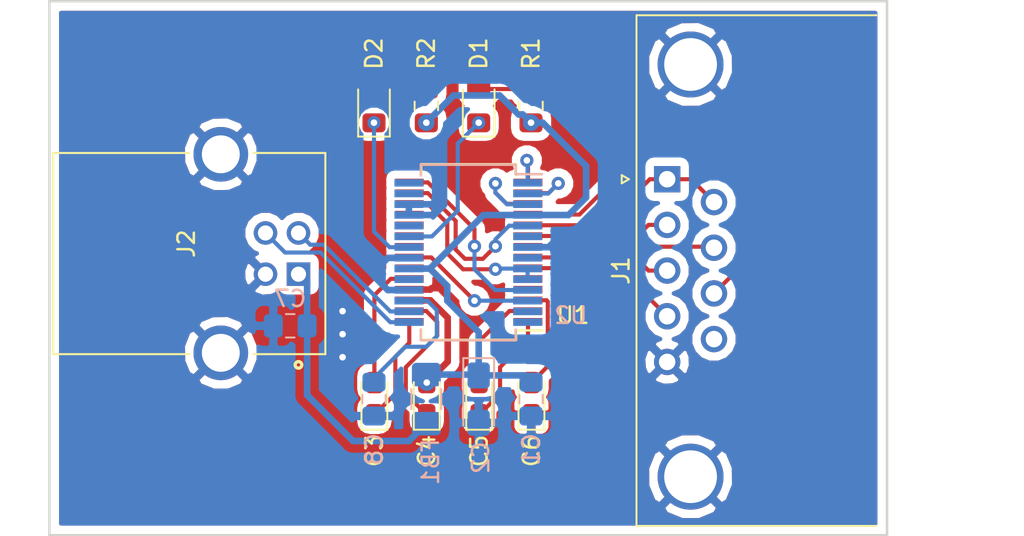
<source format=kicad_pcb>
(kicad_pcb (version 20171130) (host pcbnew 5.0.2-bee76a0~70~ubuntu18.04.1)

  (general
    (thickness 1.6)
    (drawings 4)
    (tracks 185)
    (zones 0)
    (modules 17)
    (nets 30)
  )

  (page A4)
  (layers
    (0 F.Cu signal)
    (31 B.Cu signal)
    (32 B.Adhes user)
    (33 F.Adhes user)
    (34 B.Paste user)
    (35 F.Paste user)
    (36 B.SilkS user)
    (37 F.SilkS user)
    (38 B.Mask user)
    (39 F.Mask user)
    (40 Dwgs.User user)
    (41 Cmts.User user)
    (42 Eco1.User user)
    (43 Eco2.User user)
    (44 Edge.Cuts user)
    (45 Margin user)
    (46 B.CrtYd user)
    (47 F.CrtYd user)
    (48 B.Fab user)
    (49 F.Fab user)
  )

  (setup
    (last_trace_width 0.25)
    (trace_clearance 0.2)
    (zone_clearance 0.508)
    (zone_45_only no)
    (trace_min 0.2)
    (segment_width 0.2)
    (edge_width 0.15)
    (via_size 0.8)
    (via_drill 0.4)
    (via_min_size 0.4)
    (via_min_drill 0.3)
    (uvia_size 0.3)
    (uvia_drill 0.1)
    (uvias_allowed no)
    (uvia_min_size 0.2)
    (uvia_min_drill 0.1)
    (pcb_text_width 0.3)
    (pcb_text_size 1.5 1.5)
    (mod_edge_width 0.15)
    (mod_text_size 1 1)
    (mod_text_width 0.15)
    (pad_size 1.524 1.524)
    (pad_drill 0.762)
    (pad_to_mask_clearance 0.051)
    (solder_mask_min_width 0.25)
    (aux_axis_origin 0 0)
    (visible_elements FFFFFF7F)
    (pcbplotparams
      (layerselection 0x010fc_ffffffff)
      (usegerberextensions false)
      (usegerberattributes false)
      (usegerberadvancedattributes false)
      (creategerberjobfile false)
      (excludeedgelayer true)
      (linewidth 0.100000)
      (plotframeref false)
      (viasonmask false)
      (mode 1)
      (useauxorigin false)
      (hpglpennumber 1)
      (hpglpenspeed 20)
      (hpglpendiameter 15.000000)
      (psnegative false)
      (psa4output false)
      (plotreference true)
      (plotvalue true)
      (plotinvisibletext false)
      (padsonsilk false)
      (subtractmaskfromsilk false)
      (outputformat 1)
      (mirror false)
      (drillshape 1)
      (scaleselection 1)
      (outputdirectory ""))
  )

  (net 0 "")
  (net 1 GND)
  (net 2 "Net-(C4-Pad1)")
  (net 3 "Net-(C3-Pad2)")
  (net 4 "Net-(C3-Pad1)")
  (net 5 VCC)
  (net 6 "Net-(C5-Pad1)")
  (net 7 "Net-(C5-Pad2)")
  (net 8 "Net-(C6-Pad2)")
  (net 9 "Net-(C7-Pad1)")
  (net 10 "Net-(C8-Pad1)")
  (net 11 /NM-DSR)
  (net 12 /NM-RXD)
  (net 13 /NM-TXD)
  (net 14 /NM-DTR)
  (net 15 /NM-RTS)
  (net 16 /NM-CTS)
  (net 17 "Net-(J2-Pad3)")
  (net 18 "Net-(J2-Pad2)")
  (net 19 /RXD)
  (net 20 /CTS)
  (net 21 /DSR)
  (net 22 /TXD)
  (net 23 /RTS)
  (net 24 /DTR)
  (net 25 "Net-(D1-Pad2)")
  (net 26 /TXLED)
  (net 27 /RXLED)
  (net 28 "Net-(D2-Pad2)")
  (net 29 /~SLEEP)

  (net_class Default "This is the default net class."
    (clearance 0.2)
    (trace_width 0.25)
    (via_dia 0.8)
    (via_drill 0.4)
    (uvia_dia 0.3)
    (uvia_drill 0.1)
    (add_net /CTS)
    (add_net /DSR)
    (add_net /DTR)
    (add_net /NM-CTS)
    (add_net /NM-DSR)
    (add_net /NM-DTR)
    (add_net /NM-RTS)
    (add_net /NM-RXD)
    (add_net /NM-TXD)
    (add_net /RTS)
    (add_net /RXD)
    (add_net /RXLED)
    (add_net /TXD)
    (add_net /TXLED)
    (add_net /~SLEEP)
    (add_net "Net-(C3-Pad1)")
    (add_net "Net-(C3-Pad2)")
    (add_net "Net-(C4-Pad1)")
    (add_net "Net-(C5-Pad1)")
    (add_net "Net-(C5-Pad2)")
    (add_net "Net-(C6-Pad2)")
    (add_net "Net-(C8-Pad1)")
    (add_net "Net-(D1-Pad2)")
    (add_net "Net-(D2-Pad2)")
    (add_net "Net-(J2-Pad2)")
    (add_net "Net-(J2-Pad3)")
  )

  (net_class VCC ""
    (clearance 0.2)
    (trace_width 0.4)
    (via_dia 1)
    (via_drill 0.4)
    (uvia_dia 0.3)
    (uvia_drill 0.1)
    (add_net GND)
    (add_net "Net-(C7-Pad1)")
    (add_net VCC)
  )

  (module Connector_Dsub:DSUB-9_Female_Horizontal_P2.77x2.84mm_EdgePinOffset9.90mm_Housed_MountingHolesOffset11.32mm (layer F.Cu) (tedit 59FEDEE2) (tstamp 5DE06D52)
    (at -570.23 139.065 90)
    (descr "9-pin D-Sub connector, horizontal/angled (90 deg), THT-mount, female, pitch 2.77x2.84mm, pin-PCB-offset 9.9mm, distance of mounting holes 25mm, distance of mounting holes to PCB edge 11.32mm, see https://disti-assets.s3.amazonaws.com/tonar/files/datasheets/16730.pdf")
    (tags "9-pin D-Sub connector horizontal angled 90deg THT female pitch 2.77x2.84mm pin-PCB-offset 9.9mm mounting-holes-distance 25mm mounting-hole-offset 25mm")
    (path /5DB0B5E4)
    (fp_text reference J1 (at -5.54 -2.8 90) (layer F.SilkS)
      (effects (font (size 1 1) (thickness 0.15)))
    )
    (fp_text value "Amphenol LD09S13A4GX00LF" (at -5.54 20.81 90) (layer F.Fab)
      (effects (font (size 1 1) (thickness 0.15)))
    )
    (fp_arc (start -18.04 1.42) (end -19.64 1.42) (angle 180) (layer F.Fab) (width 0.1))
    (fp_arc (start 6.96 1.42) (end 5.36 1.42) (angle 180) (layer F.Fab) (width 0.1))
    (fp_line (start -20.965 -1.8) (end -20.965 12.74) (layer F.Fab) (width 0.1))
    (fp_line (start -20.965 12.74) (end 9.885 12.74) (layer F.Fab) (width 0.1))
    (fp_line (start 9.885 12.74) (end 9.885 -1.8) (layer F.Fab) (width 0.1))
    (fp_line (start 9.885 -1.8) (end -20.965 -1.8) (layer F.Fab) (width 0.1))
    (fp_line (start -20.965 12.74) (end -20.965 13.14) (layer F.Fab) (width 0.1))
    (fp_line (start -20.965 13.14) (end 9.885 13.14) (layer F.Fab) (width 0.1))
    (fp_line (start 9.885 13.14) (end 9.885 12.74) (layer F.Fab) (width 0.1))
    (fp_line (start 9.885 12.74) (end -20.965 12.74) (layer F.Fab) (width 0.1))
    (fp_line (start -13.69 13.14) (end -13.69 19.31) (layer F.Fab) (width 0.1))
    (fp_line (start -13.69 19.31) (end 2.61 19.31) (layer F.Fab) (width 0.1))
    (fp_line (start 2.61 19.31) (end 2.61 13.14) (layer F.Fab) (width 0.1))
    (fp_line (start 2.61 13.14) (end -13.69 13.14) (layer F.Fab) (width 0.1))
    (fp_line (start -20.54 13.14) (end -20.54 18.14) (layer F.Fab) (width 0.1))
    (fp_line (start -20.54 18.14) (end -15.54 18.14) (layer F.Fab) (width 0.1))
    (fp_line (start -15.54 18.14) (end -15.54 13.14) (layer F.Fab) (width 0.1))
    (fp_line (start -15.54 13.14) (end -20.54 13.14) (layer F.Fab) (width 0.1))
    (fp_line (start 4.46 13.14) (end 4.46 18.14) (layer F.Fab) (width 0.1))
    (fp_line (start 4.46 18.14) (end 9.46 18.14) (layer F.Fab) (width 0.1))
    (fp_line (start 9.46 18.14) (end 9.46 13.14) (layer F.Fab) (width 0.1))
    (fp_line (start 9.46 13.14) (end 4.46 13.14) (layer F.Fab) (width 0.1))
    (fp_line (start -19.64 12.74) (end -19.64 1.42) (layer F.Fab) (width 0.1))
    (fp_line (start -16.44 12.74) (end -16.44 1.42) (layer F.Fab) (width 0.1))
    (fp_line (start 5.36 12.74) (end 5.36 1.42) (layer F.Fab) (width 0.1))
    (fp_line (start 8.56 12.74) (end 8.56 1.42) (layer F.Fab) (width 0.1))
    (fp_line (start -21.025 12.68) (end -21.025 -1.86) (layer F.SilkS) (width 0.12))
    (fp_line (start -21.025 -1.86) (end 9.945 -1.86) (layer F.SilkS) (width 0.12))
    (fp_line (start 9.945 -1.86) (end 9.945 12.68) (layer F.SilkS) (width 0.12))
    (fp_line (start -0.25 -2.754338) (end 0.25 -2.754338) (layer F.SilkS) (width 0.12))
    (fp_line (start 0.25 -2.754338) (end 0 -2.321325) (layer F.SilkS) (width 0.12))
    (fp_line (start 0 -2.321325) (end -0.25 -2.754338) (layer F.SilkS) (width 0.12))
    (fp_line (start -21.5 -2.35) (end -21.5 19.85) (layer F.CrtYd) (width 0.05))
    (fp_line (start -21.5 19.85) (end 10.4 19.85) (layer F.CrtYd) (width 0.05))
    (fp_line (start 10.4 19.85) (end 10.4 -2.35) (layer F.CrtYd) (width 0.05))
    (fp_line (start 10.4 -2.35) (end -21.5 -2.35) (layer F.CrtYd) (width 0.05))
    (fp_text user %R (at -5.54 16.225 90) (layer F.Fab)
      (effects (font (size 1 1) (thickness 0.15)))
    )
    (pad 1 thru_hole rect (at 0 0 90) (size 1.6 1.6) (drill 1) (layers *.Cu *.Mask)
      (net 11 /NM-DSR))
    (pad 2 thru_hole circle (at -2.77 0 90) (size 1.6 1.6) (drill 1) (layers *.Cu *.Mask)
      (net 12 /NM-RXD))
    (pad 3 thru_hole circle (at -5.54 0 90) (size 1.6 1.6) (drill 1) (layers *.Cu *.Mask)
      (net 13 /NM-TXD))
    (pad 4 thru_hole circle (at -8.31 0 90) (size 1.6 1.6) (drill 1) (layers *.Cu *.Mask)
      (net 14 /NM-DTR))
    (pad 5 thru_hole circle (at -11.08 0 90) (size 1.6 1.6) (drill 1) (layers *.Cu *.Mask)
      (net 1 GND))
    (pad 6 thru_hole circle (at -1.385 2.84 90) (size 1.6 1.6) (drill 1) (layers *.Cu *.Mask)
      (net 11 /NM-DSR))
    (pad 7 thru_hole circle (at -4.155 2.84 90) (size 1.6 1.6) (drill 1) (layers *.Cu *.Mask)
      (net 15 /NM-RTS))
    (pad 8 thru_hole circle (at -6.925 2.84 90) (size 1.6 1.6) (drill 1) (layers *.Cu *.Mask)
      (net 16 /NM-CTS))
    (pad 9 thru_hole circle (at -9.695 2.84 90) (size 1.6 1.6) (drill 1) (layers *.Cu *.Mask))
    (pad 0 thru_hole circle (at -18.04 1.42 90) (size 4 4) (drill 3.2) (layers *.Cu *.Mask)
      (net 1 GND))
    (pad 0 thru_hole circle (at 6.96 1.42 90) (size 4 4) (drill 3.2) (layers *.Cu *.Mask)
      (net 1 GND))
    (model ${KIPRJMOD}/sld09s13a4gx00lf.stp
      (offset (xyz -5.714999914169312 -12.69999980926514 0))
      (scale (xyz 1 1 1))
      (rotate (xyz 0 0 0))
    )
  )

  (module Capacitor_Tantalum_SMD:CP_EIA-3216-12_Kemet-S_Pad1.58x1.35mm_HandSolder (layer B.Cu) (tedit 5B301BBE) (tstamp 5DE06C79)
    (at -581.66 152.4 270)
    (descr "Tantalum Capacitor SMD Kemet-S (3216-12 Metric), IPC_7351 nominal, (Body size from: http://www.kemet.com/Lists/ProductCatalog/Attachments/253/KEM_TC101_STD.pdf), generated with kicad-footprint-generator")
    (tags "capacitor tantalum")
    (path /5DAFE55F)
    (attr smd)
    (fp_text reference C2 (at 3.556 -0.127 270) (layer B.SilkS)
      (effects (font (size 1 1) (thickness 0.15)) (justify mirror))
    )
    (fp_text value 4μ7 (at 0 -1.75 270) (layer B.Fab)
      (effects (font (size 1 1) (thickness 0.15)) (justify mirror))
    )
    (fp_line (start 1.6 0.8) (end -1.2 0.8) (layer B.Fab) (width 0.1))
    (fp_line (start -1.2 0.8) (end -1.6 0.4) (layer B.Fab) (width 0.1))
    (fp_line (start -1.6 0.4) (end -1.6 -0.8) (layer B.Fab) (width 0.1))
    (fp_line (start -1.6 -0.8) (end 1.6 -0.8) (layer B.Fab) (width 0.1))
    (fp_line (start 1.6 -0.8) (end 1.6 0.8) (layer B.Fab) (width 0.1))
    (fp_line (start 1.6 0.935) (end -2.485 0.935) (layer B.SilkS) (width 0.12))
    (fp_line (start -2.485 0.935) (end -2.485 -0.935) (layer B.SilkS) (width 0.12))
    (fp_line (start -2.485 -0.935) (end 1.6 -0.935) (layer B.SilkS) (width 0.12))
    (fp_line (start -2.48 -1.05) (end -2.48 1.05) (layer B.CrtYd) (width 0.05))
    (fp_line (start -2.48 1.05) (end 2.48 1.05) (layer B.CrtYd) (width 0.05))
    (fp_line (start 2.48 1.05) (end 2.48 -1.05) (layer B.CrtYd) (width 0.05))
    (fp_line (start 2.48 -1.05) (end -2.48 -1.05) (layer B.CrtYd) (width 0.05))
    (fp_text user %R (at 0 0 270) (layer B.Fab)
      (effects (font (size 0.8 0.8) (thickness 0.12)) (justify mirror))
    )
    (pad 1 smd roundrect (at -1.4375 0 270) (size 1.575 1.35) (layers B.Cu B.Paste B.Mask) (roundrect_rratio 0.185185)
      (net 5 VCC))
    (pad 2 smd roundrect (at 1.4375 0 270) (size 1.575 1.35) (layers B.Cu B.Paste B.Mask) (roundrect_rratio 0.185185)
      (net 1 GND))
    (model ${KISYS3DMOD}/Capacitor_Tantalum_SMD.3dshapes/CP_EIA-3216-12_Kemet-S.wrl
      (at (xyz 0 0 0))
      (scale (xyz 1 1 1))
      (rotate (xyz 0 0 0))
    )
  )

  (module LED_SMD:LED_0805_2012Metric_Pad1.15x1.40mm_HandSolder (layer F.Cu) (tedit 5B4B45C9) (tstamp 5DE06CFA)
    (at -581.66 134.62 90)
    (descr "LED SMD 0805 (2012 Metric), square (rectangular) end terminal, IPC_7351 nominal, (Body size source: https://docs.google.com/spreadsheets/d/1BsfQQcO9C6DZCsRaXUlFlo91Tg2WpOkGARC1WS5S8t0/edit?usp=sharing), generated with kicad-footprint-generator")
    (tags "LED handsolder")
    (path /5DCAA11B)
    (attr smd)
    (fp_text reference D1 (at 3.175 0 90) (layer F.SilkS)
      (effects (font (size 1 1) (thickness 0.15)))
    )
    (fp_text value LED (at 0 1.65 90) (layer F.Fab)
      (effects (font (size 1 1) (thickness 0.15)))
    )
    (fp_text user %R (at 0 0 90) (layer F.Fab)
      (effects (font (size 0.5 0.5) (thickness 0.08)))
    )
    (fp_line (start 1.85 0.95) (end -1.85 0.95) (layer F.CrtYd) (width 0.05))
    (fp_line (start 1.85 -0.95) (end 1.85 0.95) (layer F.CrtYd) (width 0.05))
    (fp_line (start -1.85 -0.95) (end 1.85 -0.95) (layer F.CrtYd) (width 0.05))
    (fp_line (start -1.85 0.95) (end -1.85 -0.95) (layer F.CrtYd) (width 0.05))
    (fp_line (start -1.86 0.96) (end 1 0.96) (layer F.SilkS) (width 0.12))
    (fp_line (start -1.86 -0.96) (end -1.86 0.96) (layer F.SilkS) (width 0.12))
    (fp_line (start 1 -0.96) (end -1.86 -0.96) (layer F.SilkS) (width 0.12))
    (fp_line (start 1 0.6) (end 1 -0.6) (layer F.Fab) (width 0.1))
    (fp_line (start -1 0.6) (end 1 0.6) (layer F.Fab) (width 0.1))
    (fp_line (start -1 -0.3) (end -1 0.6) (layer F.Fab) (width 0.1))
    (fp_line (start -0.7 -0.6) (end -1 -0.3) (layer F.Fab) (width 0.1))
    (fp_line (start 1 -0.6) (end -0.7 -0.6) (layer F.Fab) (width 0.1))
    (pad 2 smd roundrect (at 1.025 0 90) (size 1.15 1.4) (layers F.Cu F.Paste F.Mask) (roundrect_rratio 0.217391)
      (net 25 "Net-(D1-Pad2)"))
    (pad 1 smd roundrect (at -1.025 0 90) (size 1.15 1.4) (layers F.Cu F.Paste F.Mask) (roundrect_rratio 0.217391)
      (net 26 /TXLED))
    (model ${KISYS3DMOD}/LED_SMD.3dshapes/LED_0805_2012Metric.wrl
      (at (xyz 0 0 0))
      (scale (xyz 1 1 1))
      (rotate (xyz 0 0 0))
    )
  )

  (module LED_SMD:LED_0805_2012Metric_Pad1.15x1.40mm_HandSolder (layer F.Cu) (tedit 5B4B45C9) (tstamp 5DE06D0D)
    (at -588.01 134.62 90)
    (descr "LED SMD 0805 (2012 Metric), square (rectangular) end terminal, IPC_7351 nominal, (Body size source: https://docs.google.com/spreadsheets/d/1BsfQQcO9C6DZCsRaXUlFlo91Tg2WpOkGARC1WS5S8t0/edit?usp=sharing), generated with kicad-footprint-generator")
    (tags "LED handsolder")
    (path /5DCAA1EA)
    (attr smd)
    (fp_text reference D2 (at 3.175 0 90) (layer F.SilkS)
      (effects (font (size 1 1) (thickness 0.15)))
    )
    (fp_text value LED (at 0 1.65 90) (layer F.Fab)
      (effects (font (size 1 1) (thickness 0.15)))
    )
    (fp_line (start 1 -0.6) (end -0.7 -0.6) (layer F.Fab) (width 0.1))
    (fp_line (start -0.7 -0.6) (end -1 -0.3) (layer F.Fab) (width 0.1))
    (fp_line (start -1 -0.3) (end -1 0.6) (layer F.Fab) (width 0.1))
    (fp_line (start -1 0.6) (end 1 0.6) (layer F.Fab) (width 0.1))
    (fp_line (start 1 0.6) (end 1 -0.6) (layer F.Fab) (width 0.1))
    (fp_line (start 1 -0.96) (end -1.86 -0.96) (layer F.SilkS) (width 0.12))
    (fp_line (start -1.86 -0.96) (end -1.86 0.96) (layer F.SilkS) (width 0.12))
    (fp_line (start -1.86 0.96) (end 1 0.96) (layer F.SilkS) (width 0.12))
    (fp_line (start -1.85 0.95) (end -1.85 -0.95) (layer F.CrtYd) (width 0.05))
    (fp_line (start -1.85 -0.95) (end 1.85 -0.95) (layer F.CrtYd) (width 0.05))
    (fp_line (start 1.85 -0.95) (end 1.85 0.95) (layer F.CrtYd) (width 0.05))
    (fp_line (start 1.85 0.95) (end -1.85 0.95) (layer F.CrtYd) (width 0.05))
    (fp_text user %R (at 0 0 90) (layer F.Fab)
      (effects (font (size 0.5 0.5) (thickness 0.08)))
    )
    (pad 1 smd roundrect (at -1.025 0 90) (size 1.15 1.4) (layers F.Cu F.Paste F.Mask) (roundrect_rratio 0.217391)
      (net 27 /RXLED))
    (pad 2 smd roundrect (at 1.025 0 90) (size 1.15 1.4) (layers F.Cu F.Paste F.Mask) (roundrect_rratio 0.217391)
      (net 28 "Net-(D2-Pad2)"))
    (model ${KISYS3DMOD}/LED_SMD.3dshapes/LED_0805_2012Metric.wrl
      (at (xyz 0 0 0))
      (scale (xyz 1 1 1))
      (rotate (xyz 0 0 0))
    )
  )

  (module Resistor_SMD:R_1206_3216Metric_Pad1.42x1.75mm_HandSolder (layer B.Cu) (tedit 5B301BBD) (tstamp 5DE06D1E)
    (at -584.835 152.4 270)
    (descr "Resistor SMD 1206 (3216 Metric), square (rectangular) end terminal, IPC_7351 nominal with elongated pad for handsoldering. (Body size source: http://www.tortai-tech.com/upload/download/2011102023233369053.pdf), generated with kicad-footprint-generator")
    (tags "resistor handsolder")
    (path /5DB45F78)
    (attr smd)
    (fp_text reference FB1 (at 3.81 -0.254 270) (layer B.SilkS)
      (effects (font (size 1 1) (thickness 0.15)) (justify mirror))
    )
    (fp_text value MI1206K601R-10 (at 0 -1.82 270) (layer B.Fab)
      (effects (font (size 1 1) (thickness 0.15)) (justify mirror))
    )
    (fp_line (start -1.6 -0.8) (end -1.6 0.8) (layer B.Fab) (width 0.1))
    (fp_line (start -1.6 0.8) (end 1.6 0.8) (layer B.Fab) (width 0.1))
    (fp_line (start 1.6 0.8) (end 1.6 -0.8) (layer B.Fab) (width 0.1))
    (fp_line (start 1.6 -0.8) (end -1.6 -0.8) (layer B.Fab) (width 0.1))
    (fp_line (start -0.602064 0.91) (end 0.602064 0.91) (layer B.SilkS) (width 0.12))
    (fp_line (start -0.602064 -0.91) (end 0.602064 -0.91) (layer B.SilkS) (width 0.12))
    (fp_line (start -2.45 -1.12) (end -2.45 1.12) (layer B.CrtYd) (width 0.05))
    (fp_line (start -2.45 1.12) (end 2.45 1.12) (layer B.CrtYd) (width 0.05))
    (fp_line (start 2.45 1.12) (end 2.45 -1.12) (layer B.CrtYd) (width 0.05))
    (fp_line (start 2.45 -1.12) (end -2.45 -1.12) (layer B.CrtYd) (width 0.05))
    (fp_text user %R (at 0 0 270) (layer B.Fab)
      (effects (font (size 0.8 0.8) (thickness 0.12)) (justify mirror))
    )
    (pad 1 smd roundrect (at -1.4875 0 270) (size 1.425 1.75) (layers B.Cu B.Paste B.Mask) (roundrect_rratio 0.175439)
      (net 5 VCC))
    (pad 2 smd roundrect (at 1.4875 0 270) (size 1.425 1.75) (layers B.Cu B.Paste B.Mask) (roundrect_rratio 0.175439)
      (net 9 "Net-(C7-Pad1)"))
    (model ${KISYS3DMOD}/Resistor_SMD.3dshapes/R_1206_3216Metric.wrl
      (at (xyz 0 0 0))
      (scale (xyz 1 1 1))
      (rotate (xyz 0 0 0))
    )
  )

  (module Package_SO:SSOP-28_5.3x10.2mm_P0.65mm (layer F.Cu) (tedit 5A02F25C) (tstamp 5DE0CF7A)
    (at -582.269338 143.481733 180)
    (descr "28-Lead Plastic Shrink Small Outline (SS)-5.30 mm Body [SSOP] (see Microchip Packaging Specification 00000049BS.pdf)")
    (tags "SSOP 0.65")
    (path /5DB954C2)
    (attr smd)
    (fp_text reference U1 (at -6.324338 -3.838267 180) (layer F.SilkS)
      (effects (font (size 1 1) (thickness 0.15)))
    )
    (fp_text value SP3243E (at 0 6.25 180) (layer F.Fab)
      (effects (font (size 1 1) (thickness 0.15)))
    )
    (fp_line (start -1.65 -5.1) (end 2.65 -5.1) (layer F.Fab) (width 0.15))
    (fp_line (start 2.65 -5.1) (end 2.65 5.1) (layer F.Fab) (width 0.15))
    (fp_line (start 2.65 5.1) (end -2.65 5.1) (layer F.Fab) (width 0.15))
    (fp_line (start -2.65 5.1) (end -2.65 -4.1) (layer F.Fab) (width 0.15))
    (fp_line (start -2.65 -4.1) (end -1.65 -5.1) (layer F.Fab) (width 0.15))
    (fp_line (start -4.75 -5.5) (end -4.75 5.5) (layer F.CrtYd) (width 0.05))
    (fp_line (start 4.75 -5.5) (end 4.75 5.5) (layer F.CrtYd) (width 0.05))
    (fp_line (start -4.75 -5.5) (end 4.75 -5.5) (layer F.CrtYd) (width 0.05))
    (fp_line (start -4.75 5.5) (end 4.75 5.5) (layer F.CrtYd) (width 0.05))
    (fp_line (start -2.875 -5.325) (end -2.875 -4.75) (layer F.SilkS) (width 0.15))
    (fp_line (start 2.875 -5.325) (end 2.875 -4.675) (layer F.SilkS) (width 0.15))
    (fp_line (start 2.875 5.325) (end 2.875 4.675) (layer F.SilkS) (width 0.15))
    (fp_line (start -2.875 5.325) (end -2.875 4.675) (layer F.SilkS) (width 0.15))
    (fp_line (start -2.875 -5.325) (end 2.875 -5.325) (layer F.SilkS) (width 0.15))
    (fp_line (start -2.875 5.325) (end 2.875 5.325) (layer F.SilkS) (width 0.15))
    (fp_line (start -2.875 -4.75) (end -4.475 -4.75) (layer F.SilkS) (width 0.15))
    (fp_text user %R (at 0 0 180) (layer F.Fab)
      (effects (font (size 0.8 0.8) (thickness 0.15)))
    )
    (pad 1 smd rect (at -3.6 -4.225 180) (size 1.75 0.45) (layers F.Cu F.Paste F.Mask)
      (net 6 "Net-(C5-Pad1)"))
    (pad 2 smd rect (at -3.6 -3.575 180) (size 1.75 0.45) (layers F.Cu F.Paste F.Mask)
      (net 7 "Net-(C5-Pad2)"))
    (pad 3 smd rect (at -3.6 -2.925 180) (size 1.75 0.45) (layers F.Cu F.Paste F.Mask)
      (net 8 "Net-(C6-Pad2)"))
    (pad 4 smd rect (at -3.6 -2.275 180) (size 1.75 0.45) (layers F.Cu F.Paste F.Mask))
    (pad 5 smd rect (at -3.6 -1.625 180) (size 1.75 0.45) (layers F.Cu F.Paste F.Mask))
    (pad 6 smd rect (at -3.6 -0.975 180) (size 1.75 0.45) (layers F.Cu F.Paste F.Mask)
      (net 14 /NM-DTR))
    (pad 7 smd rect (at -3.6 -0.325 180) (size 1.75 0.45) (layers F.Cu F.Paste F.Mask)
      (net 13 /NM-TXD))
    (pad 8 smd rect (at -3.6 0.325 180) (size 1.75 0.45) (layers F.Cu F.Paste F.Mask)
      (net 15 /NM-RTS))
    (pad 9 smd rect (at -3.6 0.975 180) (size 1.75 0.45) (layers F.Cu F.Paste F.Mask)
      (net 12 /NM-RXD))
    (pad 10 smd rect (at -3.6 1.625 180) (size 1.75 0.45) (layers F.Cu F.Paste F.Mask)
      (net 11 /NM-DSR))
    (pad 11 smd rect (at -3.6 2.275 180) (size 1.75 0.45) (layers F.Cu F.Paste F.Mask)
      (net 16 /NM-CTS))
    (pad 12 smd rect (at -3.6 2.925 180) (size 1.75 0.45) (layers F.Cu F.Paste F.Mask)
      (net 23 /RTS))
    (pad 13 smd rect (at -3.6 3.575 180) (size 1.75 0.45) (layers F.Cu F.Paste F.Mask)
      (net 24 /DTR))
    (pad 14 smd rect (at -3.6 4.225 180) (size 1.75 0.45) (layers F.Cu F.Paste F.Mask)
      (net 22 /TXD))
    (pad 15 smd rect (at 3.6 4.225 180) (size 1.75 0.45) (layers F.Cu F.Paste F.Mask)
      (net 20 /CTS))
    (pad 16 smd rect (at 3.6 3.575 180) (size 1.75 0.45) (layers F.Cu F.Paste F.Mask)
      (net 19 /RXD))
    (pad 17 smd rect (at 3.6 2.925 180) (size 1.75 0.45) (layers F.Cu F.Paste F.Mask)
      (net 21 /DSR))
    (pad 18 smd rect (at 3.6 2.275 180) (size 1.75 0.45) (layers F.Cu F.Paste F.Mask))
    (pad 19 smd rect (at 3.6 1.625 180) (size 1.75 0.45) (layers F.Cu F.Paste F.Mask))
    (pad 20 smd rect (at 3.6 0.975 180) (size 1.75 0.45) (layers F.Cu F.Paste F.Mask))
    (pad 21 smd rect (at 3.6 0.325 180) (size 1.75 0.45) (layers F.Cu F.Paste F.Mask))
    (pad 22 smd rect (at 3.6 -0.325 180) (size 1.75 0.45) (layers F.Cu F.Paste F.Mask)
      (net 29 /~SLEEP))
    (pad 23 smd rect (at 3.6 -0.975 180) (size 1.75 0.45) (layers F.Cu F.Paste F.Mask))
    (pad 24 smd rect (at 3.6 -1.625 180) (size 1.75 0.45) (layers F.Cu F.Paste F.Mask)
      (net 3 "Net-(C3-Pad2)"))
    (pad 25 smd rect (at 3.6 -2.275 180) (size 1.75 0.45) (layers F.Cu F.Paste F.Mask)
      (net 1 GND))
    (pad 26 smd rect (at 3.6 -2.925 180) (size 1.75 0.45) (layers F.Cu F.Paste F.Mask)
      (net 5 VCC))
    (pad 27 smd rect (at 3.6 -3.575 180) (size 1.75 0.45) (layers F.Cu F.Paste F.Mask)
      (net 2 "Net-(C4-Pad1)"))
    (pad 28 smd rect (at 3.6 -4.225 180) (size 1.75 0.45) (layers F.Cu F.Paste F.Mask)
      (net 4 "Net-(C3-Pad1)"))
    (model ${KISYS3DMOD}/Package_SO.3dshapes/SSOP-28_5.3x10.2mm_P0.65mm.wrl
      (at (xyz 0 0 0))
      (scale (xyz 1 1 1))
      (rotate (xyz 0 0 0))
    )
  )

  (module Package_SO:SSOP-28_5.3x10.2mm_P0.65mm (layer B.Cu) (tedit 5A02F25C) (tstamp 5DE06DF3)
    (at -582.295 143.51 180)
    (descr "28-Lead Plastic Shrink Small Outline (SS)-5.30 mm Body [SSOP] (see Microchip Packaging Specification 00000049BS.pdf)")
    (tags "SSOP 0.65")
    (path /5DB6B4FF)
    (attr smd)
    (fp_text reference U2 (at -6.223 -3.81 180) (layer B.SilkS)
      (effects (font (size 1 1) (thickness 0.15)) (justify mirror))
    )
    (fp_text value FT232RL (at 0 -6.25 180) (layer B.Fab)
      (effects (font (size 1 1) (thickness 0.15)) (justify mirror))
    )
    (fp_text user %R (at 0 0 180) (layer B.Fab)
      (effects (font (size 0.8 0.8) (thickness 0.15)) (justify mirror))
    )
    (fp_line (start -2.875 4.75) (end -4.475 4.75) (layer B.SilkS) (width 0.15))
    (fp_line (start -2.875 -5.325) (end 2.875 -5.325) (layer B.SilkS) (width 0.15))
    (fp_line (start -2.875 5.325) (end 2.875 5.325) (layer B.SilkS) (width 0.15))
    (fp_line (start -2.875 -5.325) (end -2.875 -4.675) (layer B.SilkS) (width 0.15))
    (fp_line (start 2.875 -5.325) (end 2.875 -4.675) (layer B.SilkS) (width 0.15))
    (fp_line (start 2.875 5.325) (end 2.875 4.675) (layer B.SilkS) (width 0.15))
    (fp_line (start -2.875 5.325) (end -2.875 4.75) (layer B.SilkS) (width 0.15))
    (fp_line (start -4.75 -5.5) (end 4.75 -5.5) (layer B.CrtYd) (width 0.05))
    (fp_line (start -4.75 5.5) (end 4.75 5.5) (layer B.CrtYd) (width 0.05))
    (fp_line (start 4.75 5.5) (end 4.75 -5.5) (layer B.CrtYd) (width 0.05))
    (fp_line (start -4.75 5.5) (end -4.75 -5.5) (layer B.CrtYd) (width 0.05))
    (fp_line (start -2.65 4.1) (end -1.65 5.1) (layer B.Fab) (width 0.15))
    (fp_line (start -2.65 -5.1) (end -2.65 4.1) (layer B.Fab) (width 0.15))
    (fp_line (start 2.65 -5.1) (end -2.65 -5.1) (layer B.Fab) (width 0.15))
    (fp_line (start 2.65 5.1) (end 2.65 -5.1) (layer B.Fab) (width 0.15))
    (fp_line (start -1.65 5.1) (end 2.65 5.1) (layer B.Fab) (width 0.15))
    (pad 28 smd rect (at 3.6 4.225 180) (size 1.75 0.45) (layers B.Cu B.Paste B.Mask))
    (pad 27 smd rect (at 3.6 3.575 180) (size 1.75 0.45) (layers B.Cu B.Paste B.Mask))
    (pad 26 smd rect (at 3.6 2.925 180) (size 1.75 0.45) (layers B.Cu B.Paste B.Mask)
      (net 1 GND))
    (pad 25 smd rect (at 3.6 2.275 180) (size 1.75 0.45) (layers B.Cu B.Paste B.Mask)
      (net 1 GND))
    (pad 24 smd rect (at 3.6 1.625 180) (size 1.75 0.45) (layers B.Cu B.Paste B.Mask))
    (pad 23 smd rect (at 3.6 0.975 180) (size 1.75 0.45) (layers B.Cu B.Paste B.Mask)
      (net 26 /TXLED))
    (pad 22 smd rect (at 3.6 0.325 180) (size 1.75 0.45) (layers B.Cu B.Paste B.Mask)
      (net 27 /RXLED))
    (pad 21 smd rect (at 3.6 -0.325 180) (size 1.75 0.45) (layers B.Cu B.Paste B.Mask)
      (net 1 GND))
    (pad 20 smd rect (at 3.6 -0.975 180) (size 1.75 0.45) (layers B.Cu B.Paste B.Mask)
      (net 5 VCC))
    (pad 19 smd rect (at 3.6 -1.625 180) (size 1.75 0.45) (layers B.Cu B.Paste B.Mask))
    (pad 18 smd rect (at 3.6 -2.275 180) (size 1.75 0.45) (layers B.Cu B.Paste B.Mask)
      (net 1 GND))
    (pad 17 smd rect (at 3.6 -2.925 180) (size 1.75 0.45) (layers B.Cu B.Paste B.Mask)
      (net 10 "Net-(C8-Pad1)"))
    (pad 16 smd rect (at 3.6 -3.575 180) (size 1.75 0.45) (layers B.Cu B.Paste B.Mask)
      (net 18 "Net-(J2-Pad2)"))
    (pad 15 smd rect (at 3.6 -4.225 180) (size 1.75 0.45) (layers B.Cu B.Paste B.Mask)
      (net 17 "Net-(J2-Pad3)"))
    (pad 14 smd rect (at -3.6 -4.225 180) (size 1.75 0.45) (layers B.Cu B.Paste B.Mask))
    (pad 13 smd rect (at -3.6 -3.575 180) (size 1.75 0.45) (layers B.Cu B.Paste B.Mask))
    (pad 12 smd rect (at -3.6 -2.925 180) (size 1.75 0.45) (layers B.Cu B.Paste B.Mask)
      (net 29 /~SLEEP))
    (pad 11 smd rect (at -3.6 -2.275 180) (size 1.75 0.45) (layers B.Cu B.Paste B.Mask)
      (net 20 /CTS))
    (pad 10 smd rect (at -3.6 -1.625 180) (size 1.75 0.45) (layers B.Cu B.Paste B.Mask)
      (net 21 /DSR))
    (pad 9 smd rect (at -3.6 -0.975 180) (size 1.75 0.45) (layers B.Cu B.Paste B.Mask)
      (net 21 /DSR))
    (pad 8 smd rect (at -3.6 -0.325 180) (size 1.75 0.45) (layers B.Cu B.Paste B.Mask))
    (pad 7 smd rect (at -3.6 0.325 180) (size 1.75 0.45) (layers B.Cu B.Paste B.Mask)
      (net 1 GND))
    (pad 6 smd rect (at -3.6 0.975 180) (size 1.75 0.45) (layers B.Cu B.Paste B.Mask))
    (pad 5 smd rect (at -3.6 1.625 180) (size 1.75 0.45) (layers B.Cu B.Paste B.Mask)
      (net 19 /RXD))
    (pad 4 smd rect (at -3.6 2.275 180) (size 1.75 0.45) (layers B.Cu B.Paste B.Mask)
      (net 5 VCC))
    (pad 3 smd rect (at -3.6 2.925 180) (size 1.75 0.45) (layers B.Cu B.Paste B.Mask)
      (net 23 /RTS))
    (pad 2 smd rect (at -3.6 3.575 180) (size 1.75 0.45) (layers B.Cu B.Paste B.Mask)
      (net 24 /DTR))
    (pad 1 smd rect (at -3.6 4.225 180) (size 1.75 0.45) (layers B.Cu B.Paste B.Mask)
      (net 22 /TXD))
    (model ${KISYS3DMOD}/Package_SO.3dshapes/SSOP-28_5.3x10.2mm_P0.65mm.wrl
      (at (xyz 0 0 0))
      (scale (xyz 1 1 1))
      (rotate (xyz 0 0 0))
    )
  )

  (module Capacitor_SMD:C_0805_2012Metric_Pad1.15x1.40mm_HandSolder (layer B.Cu) (tedit 5B36C52B) (tstamp 5DE08843)
    (at -578.485 152.4 270)
    (descr "Capacitor SMD 0805 (2012 Metric), square (rectangular) end terminal, IPC_7351 nominal with elongated pad for handsoldering. (Body size source: https://docs.google.com/spreadsheets/d/1BsfQQcO9C6DZCsRaXUlFlo91Tg2WpOkGARC1WS5S8t0/edit?usp=sharing), generated with kicad-footprint-generator")
    (tags "capacitor handsolder")
    (path /5DAFE5BD)
    (attr smd)
    (fp_text reference C1 (at 3.048 0 270) (layer B.SilkS)
      (effects (font (size 1 1) (thickness 0.15)) (justify mirror))
    )
    (fp_text value 100n (at 0 -1.65 270) (layer B.Fab)
      (effects (font (size 1 1) (thickness 0.15)) (justify mirror))
    )
    (fp_line (start -1 -0.6) (end -1 0.6) (layer B.Fab) (width 0.1))
    (fp_line (start -1 0.6) (end 1 0.6) (layer B.Fab) (width 0.1))
    (fp_line (start 1 0.6) (end 1 -0.6) (layer B.Fab) (width 0.1))
    (fp_line (start 1 -0.6) (end -1 -0.6) (layer B.Fab) (width 0.1))
    (fp_line (start -0.261252 0.71) (end 0.261252 0.71) (layer B.SilkS) (width 0.12))
    (fp_line (start -0.261252 -0.71) (end 0.261252 -0.71) (layer B.SilkS) (width 0.12))
    (fp_line (start -1.85 -0.95) (end -1.85 0.95) (layer B.CrtYd) (width 0.05))
    (fp_line (start -1.85 0.95) (end 1.85 0.95) (layer B.CrtYd) (width 0.05))
    (fp_line (start 1.85 0.95) (end 1.85 -0.95) (layer B.CrtYd) (width 0.05))
    (fp_line (start 1.85 -0.95) (end -1.85 -0.95) (layer B.CrtYd) (width 0.05))
    (fp_text user %R (at 0 0 270) (layer B.Fab)
      (effects (font (size 0.5 0.5) (thickness 0.08)) (justify mirror))
    )
    (pad 1 smd roundrect (at -1.025 0 270) (size 1.15 1.4) (layers B.Cu B.Paste B.Mask) (roundrect_rratio 0.217391)
      (net 5 VCC))
    (pad 2 smd roundrect (at 1.025 0 270) (size 1.15 1.4) (layers B.Cu B.Paste B.Mask) (roundrect_rratio 0.217391)
      (net 1 GND))
    (model ${KISYS3DMOD}/Capacitor_SMD.3dshapes/C_0805_2012Metric.wrl
      (at (xyz 0 0 0))
      (scale (xyz 1 1 1))
      (rotate (xyz 0 0 0))
    )
  )

  (module Capacitor_Tantalum_SMD:CP_EIA-2012-12_Kemet-R_Pad1.30x1.05mm_HandSolder (layer F.Cu) (tedit 5B301BBE) (tstamp 5DE0CE4B)
    (at -587.984338 152.371733 90)
    (descr "Tantalum Capacitor SMD Kemet-R (2012-12 Metric), IPC_7351 nominal, (Body size from: https://www.vishay.com/docs/40182/tmch.pdf), generated with kicad-footprint-generator")
    (tags "capacitor tantalum")
    (path /5DC5234F)
    (attr smd)
    (fp_text reference C3 (at -3.175 0 90) (layer F.SilkS)
      (effects (font (size 1 1) (thickness 0.15)))
    )
    (fp_text value 0.1μF (at 0 1.58 90) (layer F.Fab)
      (effects (font (size 1 1) (thickness 0.15)))
    )
    (fp_line (start 1 -0.625) (end -0.6875 -0.625) (layer F.Fab) (width 0.1))
    (fp_line (start -0.6875 -0.625) (end -1 -0.3125) (layer F.Fab) (width 0.1))
    (fp_line (start -1 -0.3125) (end -1 0.625) (layer F.Fab) (width 0.1))
    (fp_line (start -1 0.625) (end 1 0.625) (layer F.Fab) (width 0.1))
    (fp_line (start 1 0.625) (end 1 -0.625) (layer F.Fab) (width 0.1))
    (fp_line (start 1 -0.785) (end -1.885 -0.785) (layer F.SilkS) (width 0.12))
    (fp_line (start -1.885 -0.785) (end -1.885 0.785) (layer F.SilkS) (width 0.12))
    (fp_line (start -1.885 0.785) (end 1 0.785) (layer F.SilkS) (width 0.12))
    (fp_line (start -1.88 0.88) (end -1.88 -0.88) (layer F.CrtYd) (width 0.05))
    (fp_line (start -1.88 -0.88) (end 1.88 -0.88) (layer F.CrtYd) (width 0.05))
    (fp_line (start 1.88 -0.88) (end 1.88 0.88) (layer F.CrtYd) (width 0.05))
    (fp_line (start 1.88 0.88) (end -1.88 0.88) (layer F.CrtYd) (width 0.05))
    (fp_text user %R (at 0 0 90) (layer F.Fab)
      (effects (font (size 0.5 0.5) (thickness 0.08)))
    )
    (pad 1 smd roundrect (at -0.975 0 90) (size 1.3 1.05) (layers F.Cu F.Paste F.Mask) (roundrect_rratio 0.238095)
      (net 4 "Net-(C3-Pad1)"))
    (pad 2 smd roundrect (at 0.975 0 90) (size 1.3 1.05) (layers F.Cu F.Paste F.Mask) (roundrect_rratio 0.238095)
      (net 3 "Net-(C3-Pad2)"))
    (model ${KISYS3DMOD}/Capacitor_Tantalum_SMD.3dshapes/CP_EIA-2012-12_Kemet-R.wrl
      (at (xyz 0 0 0))
      (scale (xyz 1 1 1))
      (rotate (xyz 0 0 0))
    )
  )

  (module Capacitor_Tantalum_SMD:CP_EIA-2012-12_Kemet-R_Pad1.30x1.05mm_HandSolder (layer F.Cu) (tedit 5B301BBE) (tstamp 5DE0CEE7)
    (at -584.809338 152.371733 90)
    (descr "Tantalum Capacitor SMD Kemet-R (2012-12 Metric), IPC_7351 nominal, (Body size from: https://www.vishay.com/docs/40182/tmch.pdf), generated with kicad-footprint-generator")
    (tags "capacitor tantalum")
    (path /5DC6B4F4)
    (attr smd)
    (fp_text reference C4 (at -3.175 0 90) (layer F.SilkS)
      (effects (font (size 1 1) (thickness 0.15)))
    )
    (fp_text value 0.1μF (at 0 1.58 90) (layer F.Fab)
      (effects (font (size 1 1) (thickness 0.15)))
    )
    (fp_text user %R (at 0 0 90) (layer F.Fab)
      (effects (font (size 0.5 0.5) (thickness 0.08)))
    )
    (fp_line (start 1.88 0.88) (end -1.88 0.88) (layer F.CrtYd) (width 0.05))
    (fp_line (start 1.88 -0.88) (end 1.88 0.88) (layer F.CrtYd) (width 0.05))
    (fp_line (start -1.88 -0.88) (end 1.88 -0.88) (layer F.CrtYd) (width 0.05))
    (fp_line (start -1.88 0.88) (end -1.88 -0.88) (layer F.CrtYd) (width 0.05))
    (fp_line (start -1.885 0.785) (end 1 0.785) (layer F.SilkS) (width 0.12))
    (fp_line (start -1.885 -0.785) (end -1.885 0.785) (layer F.SilkS) (width 0.12))
    (fp_line (start 1 -0.785) (end -1.885 -0.785) (layer F.SilkS) (width 0.12))
    (fp_line (start 1 0.625) (end 1 -0.625) (layer F.Fab) (width 0.1))
    (fp_line (start -1 0.625) (end 1 0.625) (layer F.Fab) (width 0.1))
    (fp_line (start -1 -0.3125) (end -1 0.625) (layer F.Fab) (width 0.1))
    (fp_line (start -0.6875 -0.625) (end -1 -0.3125) (layer F.Fab) (width 0.1))
    (fp_line (start 1 -0.625) (end -0.6875 -0.625) (layer F.Fab) (width 0.1))
    (pad 2 smd roundrect (at 0.975 0 90) (size 1.3 1.05) (layers F.Cu F.Paste F.Mask) (roundrect_rratio 0.238095)
      (net 5 VCC))
    (pad 1 smd roundrect (at -0.975 0 90) (size 1.3 1.05) (layers F.Cu F.Paste F.Mask) (roundrect_rratio 0.238095)
      (net 2 "Net-(C4-Pad1)"))
    (model ${KISYS3DMOD}/Capacitor_Tantalum_SMD.3dshapes/CP_EIA-2012-12_Kemet-R.wrl
      (at (xyz 0 0 0))
      (scale (xyz 1 1 1))
      (rotate (xyz 0 0 0))
    )
  )

  (module Capacitor_Tantalum_SMD:CP_EIA-2012-12_Kemet-R_Pad1.30x1.05mm_HandSolder (layer F.Cu) (tedit 5B301BBE) (tstamp 5DE0CF20)
    (at -581.634338 152.371733 90)
    (descr "Tantalum Capacitor SMD Kemet-R (2012-12 Metric), IPC_7351 nominal, (Body size from: https://www.vishay.com/docs/40182/tmch.pdf), generated with kicad-footprint-generator")
    (tags "capacitor tantalum")
    (path /5DC5B9AF)
    (attr smd)
    (fp_text reference C5 (at -3.175 0 90) (layer F.SilkS)
      (effects (font (size 1 1) (thickness 0.15)))
    )
    (fp_text value 0.1μF (at 0 1.58 90) (layer F.Fab)
      (effects (font (size 1 1) (thickness 0.15)))
    )
    (fp_text user %R (at 0 0 90) (layer F.Fab)
      (effects (font (size 0.5 0.5) (thickness 0.08)))
    )
    (fp_line (start 1.88 0.88) (end -1.88 0.88) (layer F.CrtYd) (width 0.05))
    (fp_line (start 1.88 -0.88) (end 1.88 0.88) (layer F.CrtYd) (width 0.05))
    (fp_line (start -1.88 -0.88) (end 1.88 -0.88) (layer F.CrtYd) (width 0.05))
    (fp_line (start -1.88 0.88) (end -1.88 -0.88) (layer F.CrtYd) (width 0.05))
    (fp_line (start -1.885 0.785) (end 1 0.785) (layer F.SilkS) (width 0.12))
    (fp_line (start -1.885 -0.785) (end -1.885 0.785) (layer F.SilkS) (width 0.12))
    (fp_line (start 1 -0.785) (end -1.885 -0.785) (layer F.SilkS) (width 0.12))
    (fp_line (start 1 0.625) (end 1 -0.625) (layer F.Fab) (width 0.1))
    (fp_line (start -1 0.625) (end 1 0.625) (layer F.Fab) (width 0.1))
    (fp_line (start -1 -0.3125) (end -1 0.625) (layer F.Fab) (width 0.1))
    (fp_line (start -0.6875 -0.625) (end -1 -0.3125) (layer F.Fab) (width 0.1))
    (fp_line (start 1 -0.625) (end -0.6875 -0.625) (layer F.Fab) (width 0.1))
    (pad 2 smd roundrect (at 0.975 0 90) (size 1.3 1.05) (layers F.Cu F.Paste F.Mask) (roundrect_rratio 0.238095)
      (net 7 "Net-(C5-Pad2)"))
    (pad 1 smd roundrect (at -0.975 0 90) (size 1.3 1.05) (layers F.Cu F.Paste F.Mask) (roundrect_rratio 0.238095)
      (net 6 "Net-(C5-Pad1)"))
    (model ${KISYS3DMOD}/Capacitor_Tantalum_SMD.3dshapes/CP_EIA-2012-12_Kemet-R.wrl
      (at (xyz 0 0 0))
      (scale (xyz 1 1 1))
      (rotate (xyz 0 0 0))
    )
  )

  (module Capacitor_Tantalum_SMD:CP_EIA-2012-12_Kemet-R_Pad1.30x1.05mm_HandSolder (layer F.Cu) (tedit 5DB1E89D) (tstamp 5DE0CEA8)
    (at -578.459338 152.371733 90)
    (descr "Tantalum Capacitor SMD Kemet-R (2012-12 Metric), IPC_7351 nominal, (Body size from: https://www.vishay.com/docs/40182/tmch.pdf), generated with kicad-footprint-generator")
    (tags "capacitor tantalum")
    (path /5DC6928E)
    (attr smd)
    (fp_text reference C6 (at -3.175 0 90) (layer F.SilkS)
      (effects (font (size 1 1) (thickness 0.15)))
    )
    (fp_text value 0.1μF (at 0 1.58 90) (layer F.Fab)
      (effects (font (size 1 1) (thickness 0.15)))
    )
    (fp_line (start 1 -0.625) (end -0.6875 -0.625) (layer F.Fab) (width 0.1))
    (fp_line (start -0.6875 -0.625) (end -1 -0.3125) (layer F.Fab) (width 0.1))
    (fp_line (start -1 -0.3125) (end -1 0.625) (layer F.Fab) (width 0.1))
    (fp_line (start -1 0.625) (end 1 0.625) (layer F.Fab) (width 0.1))
    (fp_line (start 1 0.625) (end 1 -0.625) (layer F.Fab) (width 0.1))
    (fp_line (start 1 -0.785) (end -1.885 -0.785) (layer F.SilkS) (width 0.12))
    (fp_line (start -1.885 -0.785) (end -1.885 0.785) (layer F.SilkS) (width 0.12))
    (fp_line (start -1.885 0.785) (end 1 0.785) (layer F.SilkS) (width 0.12))
    (fp_line (start -1.88 0.88) (end -1.88 -0.88) (layer F.CrtYd) (width 0.05))
    (fp_line (start -1.88 -0.88) (end 1.88 -0.88) (layer F.CrtYd) (width 0.05))
    (fp_line (start 1.88 -0.88) (end 1.88 0.88) (layer F.CrtYd) (width 0.05))
    (fp_line (start 1.88 0.88) (end -1.88 0.88) (layer F.CrtYd) (width 0.05))
    (fp_text user %R (at 0 0 90) (layer F.Fab)
      (effects (font (size 0.5 0.5) (thickness 0.08)))
    )
    (pad 1 smd roundrect (at -0.975 0 90) (size 1.3 1.05) (layers F.Cu F.Paste F.Mask) (roundrect_rratio 0.238095)
      (net 1 GND))
    (pad 2 smd roundrect (at 0.975 0 90) (size 1.3 1.05) (layers F.Cu F.Paste F.Mask) (roundrect_rratio 0.238095)
      (net 8 "Net-(C6-Pad2)"))
    (model ${KISYS3DMOD}/Capacitor_Tantalum_SMD.3dshapes/CP_EIA-2012-12_Kemet-R.wrl
      (at (xyz 0 0 0))
      (scale (xyz 1 1 1))
      (rotate (xyz 0 0 0))
    )
  )

  (module Capacitor_SMD:C_0805_2012Metric_Pad1.15x1.40mm_HandSolder (layer B.Cu) (tedit 5B36C52B) (tstamp 5DE0889B)
    (at -593.09 147.955 180)
    (descr "Capacitor SMD 0805 (2012 Metric), square (rectangular) end terminal, IPC_7351 nominal with elongated pad for handsoldering. (Body size source: https://docs.google.com/spreadsheets/d/1BsfQQcO9C6DZCsRaXUlFlo91Tg2WpOkGARC1WS5S8t0/edit?usp=sharing), generated with kicad-footprint-generator")
    (tags "capacitor handsolder")
    (path /5DB020DD)
    (attr smd)
    (fp_text reference C7 (at 0 1.65 180) (layer B.SilkS)
      (effects (font (size 1 1) (thickness 0.15)) (justify mirror))
    )
    (fp_text value 10n (at 0 -1.65 180) (layer B.Fab)
      (effects (font (size 1 1) (thickness 0.15)) (justify mirror))
    )
    (fp_text user %R (at 0 0 180) (layer B.Fab)
      (effects (font (size 0.5 0.5) (thickness 0.08)) (justify mirror))
    )
    (fp_line (start 1.85 -0.95) (end -1.85 -0.95) (layer B.CrtYd) (width 0.05))
    (fp_line (start 1.85 0.95) (end 1.85 -0.95) (layer B.CrtYd) (width 0.05))
    (fp_line (start -1.85 0.95) (end 1.85 0.95) (layer B.CrtYd) (width 0.05))
    (fp_line (start -1.85 -0.95) (end -1.85 0.95) (layer B.CrtYd) (width 0.05))
    (fp_line (start -0.261252 -0.71) (end 0.261252 -0.71) (layer B.SilkS) (width 0.12))
    (fp_line (start -0.261252 0.71) (end 0.261252 0.71) (layer B.SilkS) (width 0.12))
    (fp_line (start 1 -0.6) (end -1 -0.6) (layer B.Fab) (width 0.1))
    (fp_line (start 1 0.6) (end 1 -0.6) (layer B.Fab) (width 0.1))
    (fp_line (start -1 0.6) (end 1 0.6) (layer B.Fab) (width 0.1))
    (fp_line (start -1 -0.6) (end -1 0.6) (layer B.Fab) (width 0.1))
    (pad 2 smd roundrect (at 1.025 0 180) (size 1.15 1.4) (layers B.Cu B.Paste B.Mask) (roundrect_rratio 0.217391)
      (net 1 GND))
    (pad 1 smd roundrect (at -1.025 0 180) (size 1.15 1.4) (layers B.Cu B.Paste B.Mask) (roundrect_rratio 0.217391)
      (net 9 "Net-(C7-Pad1)"))
    (model ${KISYS3DMOD}/Capacitor_SMD.3dshapes/C_0805_2012Metric.wrl
      (at (xyz 0 0 0))
      (scale (xyz 1 1 1))
      (rotate (xyz 0 0 0))
    )
  )

  (module Capacitor_SMD:C_0805_2012Metric_Pad1.15x1.40mm_HandSolder (layer B.Cu) (tedit 5B36C52B) (tstamp 5DE088AB)
    (at -588.01 152.4 270)
    (descr "Capacitor SMD 0805 (2012 Metric), square (rectangular) end terminal, IPC_7351 nominal with elongated pad for handsoldering. (Body size source: https://docs.google.com/spreadsheets/d/1BsfQQcO9C6DZCsRaXUlFlo91Tg2WpOkGARC1WS5S8t0/edit?usp=sharing), generated with kicad-footprint-generator")
    (tags "capacitor handsolder")
    (path /5DB5A653)
    (attr smd)
    (fp_text reference C8 (at 3.048 0 270) (layer B.SilkS)
      (effects (font (size 1 1) (thickness 0.15)) (justify mirror))
    )
    (fp_text value 100n (at 0 -1.65 270) (layer B.Fab)
      (effects (font (size 1 1) (thickness 0.15)) (justify mirror))
    )
    (fp_text user %R (at 0 0 270) (layer B.Fab)
      (effects (font (size 0.5 0.5) (thickness 0.08)) (justify mirror))
    )
    (fp_line (start 1.85 -0.95) (end -1.85 -0.95) (layer B.CrtYd) (width 0.05))
    (fp_line (start 1.85 0.95) (end 1.85 -0.95) (layer B.CrtYd) (width 0.05))
    (fp_line (start -1.85 0.95) (end 1.85 0.95) (layer B.CrtYd) (width 0.05))
    (fp_line (start -1.85 -0.95) (end -1.85 0.95) (layer B.CrtYd) (width 0.05))
    (fp_line (start -0.261252 -0.71) (end 0.261252 -0.71) (layer B.SilkS) (width 0.12))
    (fp_line (start -0.261252 0.71) (end 0.261252 0.71) (layer B.SilkS) (width 0.12))
    (fp_line (start 1 -0.6) (end -1 -0.6) (layer B.Fab) (width 0.1))
    (fp_line (start 1 0.6) (end 1 -0.6) (layer B.Fab) (width 0.1))
    (fp_line (start -1 0.6) (end 1 0.6) (layer B.Fab) (width 0.1))
    (fp_line (start -1 -0.6) (end -1 0.6) (layer B.Fab) (width 0.1))
    (pad 2 smd roundrect (at 1.025 0 270) (size 1.15 1.4) (layers B.Cu B.Paste B.Mask) (roundrect_rratio 0.217391)
      (net 1 GND))
    (pad 1 smd roundrect (at -1.025 0 270) (size 1.15 1.4) (layers B.Cu B.Paste B.Mask) (roundrect_rratio 0.217391)
      (net 10 "Net-(C8-Pad1)"))
    (model ${KISYS3DMOD}/Capacitor_SMD.3dshapes/C_0805_2012Metric.wrl
      (at (xyz 0 0 0))
      (scale (xyz 1 1 1))
      (rotate (xyz 0 0 0))
    )
  )

  (module Resistor_SMD:R_0805_2012Metric_Pad1.15x1.40mm_HandSolder (layer F.Cu) (tedit 5B36C52B) (tstamp 5DE0926B)
    (at -578.485 134.62 90)
    (descr "Resistor SMD 0805 (2012 Metric), square (rectangular) end terminal, IPC_7351 nominal with elongated pad for handsoldering. (Body size source: https://docs.google.com/spreadsheets/d/1BsfQQcO9C6DZCsRaXUlFlo91Tg2WpOkGARC1WS5S8t0/edit?usp=sharing), generated with kicad-footprint-generator")
    (tags "resistor handsolder")
    (path /5DCAA015)
    (attr smd)
    (fp_text reference R1 (at 3.175 0 90) (layer F.SilkS)
      (effects (font (size 1 1) (thickness 0.15)))
    )
    (fp_text value 270R (at 0 1.65 90) (layer F.Fab)
      (effects (font (size 1 1) (thickness 0.15)))
    )
    (fp_text user %R (at 0 0 90) (layer F.Fab)
      (effects (font (size 0.5 0.5) (thickness 0.08)))
    )
    (fp_line (start 1.85 0.95) (end -1.85 0.95) (layer F.CrtYd) (width 0.05))
    (fp_line (start 1.85 -0.95) (end 1.85 0.95) (layer F.CrtYd) (width 0.05))
    (fp_line (start -1.85 -0.95) (end 1.85 -0.95) (layer F.CrtYd) (width 0.05))
    (fp_line (start -1.85 0.95) (end -1.85 -0.95) (layer F.CrtYd) (width 0.05))
    (fp_line (start -0.261252 0.71) (end 0.261252 0.71) (layer F.SilkS) (width 0.12))
    (fp_line (start -0.261252 -0.71) (end 0.261252 -0.71) (layer F.SilkS) (width 0.12))
    (fp_line (start 1 0.6) (end -1 0.6) (layer F.Fab) (width 0.1))
    (fp_line (start 1 -0.6) (end 1 0.6) (layer F.Fab) (width 0.1))
    (fp_line (start -1 -0.6) (end 1 -0.6) (layer F.Fab) (width 0.1))
    (fp_line (start -1 0.6) (end -1 -0.6) (layer F.Fab) (width 0.1))
    (pad 2 smd roundrect (at 1.025 0 90) (size 1.15 1.4) (layers F.Cu F.Paste F.Mask) (roundrect_rratio 0.217391)
      (net 25 "Net-(D1-Pad2)"))
    (pad 1 smd roundrect (at -1.025 0 90) (size 1.15 1.4) (layers F.Cu F.Paste F.Mask) (roundrect_rratio 0.217391)
      (net 5 VCC))
    (model ${KISYS3DMOD}/Resistor_SMD.3dshapes/R_0805_2012Metric.wrl
      (at (xyz 0 0 0))
      (scale (xyz 1 1 1))
      (rotate (xyz 0 0 0))
    )
  )

  (module Resistor_SMD:R_0805_2012Metric_Pad1.15x1.40mm_HandSolder (layer F.Cu) (tedit 5B36C52B) (tstamp 5DE0927B)
    (at -584.835 134.62 90)
    (descr "Resistor SMD 0805 (2012 Metric), square (rectangular) end terminal, IPC_7351 nominal with elongated pad for handsoldering. (Body size source: https://docs.google.com/spreadsheets/d/1BsfQQcO9C6DZCsRaXUlFlo91Tg2WpOkGARC1WS5S8t0/edit?usp=sharing), generated with kicad-footprint-generator")
    (tags "resistor handsolder")
    (path /5DCAA04D)
    (attr smd)
    (fp_text reference R2 (at 3.175 0 90) (layer F.SilkS)
      (effects (font (size 1 1) (thickness 0.15)))
    )
    (fp_text value 270R (at 0 1.65 90) (layer F.Fab)
      (effects (font (size 1 1) (thickness 0.15)))
    )
    (fp_line (start -1 0.6) (end -1 -0.6) (layer F.Fab) (width 0.1))
    (fp_line (start -1 -0.6) (end 1 -0.6) (layer F.Fab) (width 0.1))
    (fp_line (start 1 -0.6) (end 1 0.6) (layer F.Fab) (width 0.1))
    (fp_line (start 1 0.6) (end -1 0.6) (layer F.Fab) (width 0.1))
    (fp_line (start -0.261252 -0.71) (end 0.261252 -0.71) (layer F.SilkS) (width 0.12))
    (fp_line (start -0.261252 0.71) (end 0.261252 0.71) (layer F.SilkS) (width 0.12))
    (fp_line (start -1.85 0.95) (end -1.85 -0.95) (layer F.CrtYd) (width 0.05))
    (fp_line (start -1.85 -0.95) (end 1.85 -0.95) (layer F.CrtYd) (width 0.05))
    (fp_line (start 1.85 -0.95) (end 1.85 0.95) (layer F.CrtYd) (width 0.05))
    (fp_line (start 1.85 0.95) (end -1.85 0.95) (layer F.CrtYd) (width 0.05))
    (fp_text user %R (at 0 0 90) (layer F.Fab)
      (effects (font (size 0.5 0.5) (thickness 0.08)))
    )
    (pad 1 smd roundrect (at -1.025 0 90) (size 1.15 1.4) (layers F.Cu F.Paste F.Mask) (roundrect_rratio 0.217391)
      (net 5 VCC))
    (pad 2 smd roundrect (at 1.025 0 90) (size 1.15 1.4) (layers F.Cu F.Paste F.Mask) (roundrect_rratio 0.217391)
      (net 28 "Net-(D2-Pad2)"))
    (model ${KISYS3DMOD}/Resistor_SMD.3dshapes/R_0805_2012Metric.wrl
      (at (xyz 0 0 0))
      (scale (xyz 1 1 1))
      (rotate (xyz 0 0 0))
    )
  )

  (module jicad:CUI-UJ2-BH-1-TH (layer F.Cu) (tedit 5DB2038F) (tstamp 5E058882)
    (at -592.455 144.907 270)
    (path /5DAEECB0)
    (fp_text reference J2 (at -1.933452 6.934515 270) (layer F.SilkS)
      (effects (font (size 1 1) (thickness 0.15)))
    )
    (fp_text value "CUI UJ2-BH-1-TH" (at -0.860356 17.387987 270) (layer F.Fab)
      (effects (font (size 1 1) (thickness 0.15)))
    )
    (fp_line (start 4.766548 15.004515) (end -7.433452 15.004515) (layer Eco2.User) (width 0.127))
    (fp_line (start -7.433452 6.744515) (end -7.433452 15.004515) (layer F.SilkS) (width 0.127))
    (fp_line (start 5.016548 -1.745485) (end 5.016548 2.874515) (layer F.CrtYd) (width 0.05))
    (fp_line (start -7.683452 -1.745485) (end 5.016548 -1.745485) (layer F.CrtYd) (width 0.05))
    (fp_line (start -7.433452 -1.495485) (end 4.766548 -1.495485) (layer Eco2.User) (width 0.127))
    (fp_line (start 5.016548 6.754515) (end 5.016548 15.254515) (layer F.CrtYd) (width 0.05))
    (fp_line (start 6.586548 6.754515) (end 5.016548 6.754515) (layer F.CrtYd) (width 0.05))
    (fp_line (start -7.433452 2.874515) (end -7.433452 -1.495485) (layer F.SilkS) (width 0.127))
    (fp_circle (center -0.083452 0.134515) (end 0.116548 0.134515) (layer Eco2.User) (width 0.4))
    (fp_line (start -7.433452 15.004515) (end 4.766548 15.004515) (layer F.SilkS) (width 0.127))
    (fp_line (start 4.766548 -1.495485) (end 4.766548 2.874515) (layer F.SilkS) (width 0.127))
    (fp_line (start 4.766548 15.004515) (end 4.766548 6.744515) (layer F.SilkS) (width 0.127))
    (fp_line (start -7.683452 15.254515) (end -7.683452 6.744515) (layer F.CrtYd) (width 0.05))
    (fp_line (start 5.016548 15.254515) (end -7.683452 15.254515) (layer F.CrtYd) (width 0.05))
    (fp_circle (center 5.416548 0.134515) (end 5.616548 0.134515) (layer F.SilkS) (width 0.2))
    (fp_line (start -7.683452 2.874515) (end -7.683452 -1.745485) (layer F.CrtYd) (width 0.05))
    (fp_line (start -9.253452 2.874515) (end -7.683452 2.874515) (layer F.CrtYd) (width 0.05))
    (fp_line (start 6.586548 2.874515) (end 6.586548 6.754515) (layer F.CrtYd) (width 0.05))
    (fp_line (start 5.016548 2.874515) (end 6.586548 2.874515) (layer F.CrtYd) (width 0.05))
    (fp_line (start -7.433452 -1.495485) (end 4.766548 -1.495485) (layer F.SilkS) (width 0.127))
    (fp_line (start -9.253452 6.744515) (end -9.253452 2.874515) (layer F.CrtYd) (width 0.05))
    (fp_line (start -7.683452 6.744515) (end -9.253452 6.744515) (layer F.CrtYd) (width 0.05))
    (pad 3 thru_hole circle (at -2.583452 2.134515 270) (size 1.428 1.428) (drill 0.92) (layers *.Cu *.Mask)
      (net 17 "Net-(J2-Pad3)"))
    (pad 4 thru_hole circle (at -0.083452 2.134515 270) (size 1.428 1.428) (drill 0.92) (layers *.Cu *.Mask)
      (net 1 GND))
    (pad 1 thru_hole rect (at -0.083452 0.134515 270) (size 1.428 1.428) (drill 0.92) (layers *.Cu *.Mask)
      (net 9 "Net-(C7-Pad1)"))
    (pad 2 thru_hole circle (at -2.583452 0.134515 270) (size 1.428 1.428) (drill 0.92) (layers *.Cu *.Mask)
      (net 18 "Net-(J2-Pad2)"))
    (pad 5 thru_hole circle (at -7.353452 4.844515 270) (size 3.316 3.316) (drill 2.3) (layers *.Cu *.Mask)
      (net 1 GND))
    (pad 5 thru_hole circle (at 4.686548 4.844515 270) (size 3.316 3.316) (drill 2.3) (layers *.Cu *.Mask)
      (net 1 GND))
    (model :jicad:CUI_UJ2-BH-1-TH.step
      (offset (xyz -1.269999980926514 -14.60499978065491 0.5079999923706054))
      (scale (xyz 1 1 1))
      (rotate (xyz -90 0 0))
    )
  )

  (gr_line (start -607.695 160.655) (end -607.695 128.27) (layer Edge.Cuts) (width 0.15))
  (gr_line (start -556.895 160.655) (end -607.695 160.655) (layer Edge.Cuts) (width 0.15))
  (gr_line (start -556.895 128.27) (end -556.895 160.655) (layer Edge.Cuts) (width 0.15))
  (gr_line (start -607.695 128.27) (end -556.895 128.27) (layer Edge.Cuts) (width 0.15))

  (segment (start -587.17 145.785) (end -588.01 144.945) (width 0.4) (layer B.Cu) (net 1))
  (segment (start -585.895 145.785) (end -587.17 145.785) (width 0.4) (layer B.Cu) (net 1))
  (segment (start -587.17 143.835) (end -585.895 143.835) (width 0.4) (layer B.Cu) (net 1))
  (segment (start -588.01 144.675) (end -587.17 143.835) (width 0.4) (layer B.Cu) (net 1))
  (segment (start -588.01 144.945) (end -588.01 144.675) (width 0.4) (layer B.Cu) (net 1))
  (segment (start -577.42 143.185) (end -577.11 142.875) (width 0.4) (layer B.Cu) (net 1))
  (segment (start -578.695 143.185) (end -577.42 143.185) (width 0.4) (layer B.Cu) (net 1))
  (segment (start -577.11 142.875) (end -575.945 142.875) (width 0.4) (layer B.Cu) (net 1))
  (segment (start -585.895 141.235) (end -585.895 140.585) (width 0.4) (layer B.Cu) (net 1))
  (segment (start -585.895 140.585) (end -584.458 140.585) (width 0.4) (layer B.Cu) (net 1))
  (segment (start -585.895 141.235) (end -584.592 141.235) (width 0.4) (layer B.Cu) (net 1))
  (segment (start -584.594338 145.756733) (end -584.506605 145.669) (width 0.4) (layer F.Cu) (net 1))
  (segment (start -585.869338 145.756733) (end -584.594338 145.756733) (width 0.4) (layer F.Cu) (net 1))
  (segment (start -584.506605 145.669) (end -583.946 145.669) (width 0.4) (layer F.Cu) (net 1))
  (via (at -589.915 147.066) (size 1) (drill 0.4) (layers F.Cu B.Cu) (net 1))
  (via (at -589.915 148.463) (size 1) (drill 0.4) (layers F.Cu B.Cu) (net 1))
  (via (at -589.915 149.86) (size 1) (drill 0.4) (layers F.Cu B.Cu) (net 1))
  (segment (start -584.174338 147.719209) (end -584.836814 147.056733) (width 0.25) (layer F.Cu) (net 2))
  (segment (start -584.836814 147.056733) (end -585.869338 147.056733) (width 0.25) (layer F.Cu) (net 2))
  (segment (start -584.174338 148.561733) (end -584.174338 147.719209) (width 0.25) (layer F.Cu) (net 2))
  (segment (start -586.079338 150.466733) (end -584.174338 148.561733) (width 0.25) (layer F.Cu) (net 2))
  (segment (start -586.079338 152.076733) (end -586.079338 150.466733) (width 0.25) (layer F.Cu) (net 2))
  (segment (start -584.809338 153.346733) (end -586.079338 152.076733) (width 0.25) (layer F.Cu) (net 2))
  (segment (start -586.994338 145.106733) (end -585.869338 145.106733) (width 0.25) (layer F.Cu) (net 3) (tstamp 5DE0CE91) (status 20))
  (segment (start -587.984338 146.096733) (end -586.994338 145.106733) (width 0.25) (layer F.Cu) (net 3) (tstamp 5DE0CE70))
  (segment (start -587.984338 151.396733) (end -587.984338 146.096733) (width 0.25) (layer F.Cu) (net 3) (tstamp 5DE0CE2E) (status 10))
  (segment (start -585.869338 148.986733) (end -585.869338 147.706733) (width 0.25) (layer F.Cu) (net 4) (tstamp 5DE0CF0C) (status 20))
  (segment (start -586.714338 149.831733) (end -585.869338 148.986733) (width 0.25) (layer F.Cu) (net 4) (tstamp 5DE0CE8B))
  (segment (start -587.984338 153.346733) (end -586.714338 152.076733) (width 0.25) (layer F.Cu) (net 4) (tstamp 5DE0CE1F) (status 10))
  (segment (start -586.714338 152.076733) (end -586.714338 149.831733) (width 0.25) (layer F.Cu) (net 4) (tstamp 5DE0CE7C))
  (via (at -584.835 135.636) (size 1) (drill 0.4) (layers F.Cu B.Cu) (net 5))
  (via (at -578.485 135.636) (size 1) (drill 0.4) (layers F.Cu B.Cu) (net 5))
  (segment (start -584.744338 146.406733) (end -585.869338 146.406733) (width 0.4) (layer F.Cu) (net 5) (tstamp 5DE0CE7F) (status 20))
  (segment (start -580.39 133.985) (end -583.184 133.985) (width 0.4) (layer B.Cu) (net 5))
  (segment (start -579.238999 135.136001) (end -580.39 133.985) (width 0.4) (layer B.Cu) (net 5))
  (segment (start -583.184 133.985) (end -584.835 135.636) (width 0.4) (layer B.Cu) (net 5))
  (segment (start -578.485 135.636) (end -578.984999 135.136001) (width 0.4) (layer B.Cu) (net 5))
  (segment (start -578.984999 135.136001) (end -579.238999 135.136001) (width 0.4) (layer B.Cu) (net 5))
  (segment (start -575.144998 138.268896) (end -577.777894 135.636) (width 0.4) (layer B.Cu) (net 5))
  (segment (start -578.695 141.235) (end -576.21 141.235) (width 0.4) (layer B.Cu) (net 5))
  (segment (start -576.21 141.235) (end -575.144998 140.169998) (width 0.4) (layer B.Cu) (net 5))
  (segment (start -577.777894 135.636) (end -578.485 135.636) (width 0.4) (layer B.Cu) (net 5))
  (segment (start -575.144998 140.169998) (end -575.144998 138.268896) (width 0.4) (layer B.Cu) (net 5))
  (segment (start -584.594338 146.406733) (end -585.869338 146.406733) (width 0.4) (layer F.Cu) (net 5))
  (segment (start -583.539338 147.461733) (end -584.594338 146.406733) (width 0.4) (layer F.Cu) (net 5))
  (segment (start -584.809338 151.396733) (end -584.809338 151.396733) (width 0.4) (layer F.Cu) (net 5))
  (segment (start -583.539338 150.126733) (end -583.539338 147.461733) (width 0.4) (layer F.Cu) (net 5))
  (segment (start -584.809338 150.988162) (end -584.835 150.9625) (width 0.4) (layer F.Cu) (net 5))
  (segment (start -581.71 150.9125) (end -581.66 150.9625) (width 0.4) (layer B.Cu) (net 5))
  (segment (start -584.835 150.9125) (end -581.71 150.9125) (width 0.4) (layer B.Cu) (net 5))
  (segment (start -578.8975 150.9625) (end -578.485 151.375) (width 0.4) (layer B.Cu) (net 5))
  (segment (start -581.66 150.9625) (end -578.8975 150.9625) (width 0.4) (layer B.Cu) (net 5))
  (segment (start -585.765 144.485) (end -585.895 144.485) (width 0.4) (layer B.Cu) (net 5))
  (segment (start -585.740001 144.509999) (end -585.765 144.485) (width 0.4) (layer B.Cu) (net 5))
  (segment (start -581.37 141.235) (end -578.695 141.235) (width 0.4) (layer B.Cu) (net 5))
  (segment (start -585.895 144.485) (end -584.62 144.485) (width 0.4) (layer B.Cu) (net 5))
  (segment (start -584.62 144.485) (end -581.37 141.235) (width 0.4) (layer B.Cu) (net 5))
  (segment (start -581.66 148.336) (end -583.565 146.431) (width 0.4) (layer B.Cu) (net 5))
  (segment (start -581.66 150.9625) (end -581.66 148.336) (width 0.4) (layer B.Cu) (net 5))
  (segment (start -583.565 145.54) (end -584.62 144.485) (width 0.4) (layer B.Cu) (net 5))
  (segment (start -583.565 146.431) (end -583.565 145.54) (width 0.4) (layer B.Cu) (net 5))
  (segment (start -584.809338 151.396733) (end -583.539338 150.126733) (width 0.4) (layer F.Cu) (net 5) (tstamp 5DE19C65))
  (via (at -584.809338 151.396733) (size 1) (drill 0.4) (layers F.Cu B.Cu) (net 5))
  (segment (start -584.809338 150.938162) (end -584.835 150.9125) (width 0.4) (layer B.Cu) (net 5))
  (segment (start -584.809338 151.396733) (end -584.809338 150.938162) (width 0.4) (layer B.Cu) (net 5))
  (segment (start -578.669338 148.771733) (end -578.669338 147.706733) (width 0.25) (layer F.Cu) (net 6) (tstamp 5DE0CE28) (status 20))
  (segment (start -580.364338 150.466733) (end -578.669338 148.771733) (width 0.25) (layer F.Cu) (net 6) (tstamp 5DE0CE8E))
  (segment (start -581.634338 153.346733) (end -580.364338 152.076733) (width 0.25) (layer F.Cu) (net 6) (tstamp 5DE0CE34) (status 10))
  (segment (start -580.364338 152.076733) (end -580.364338 150.466733) (width 0.25) (layer F.Cu) (net 6) (tstamp 5DE0CFE1))
  (segment (start -579.794338 147.056733) (end -578.669338 147.056733) (width 0.25) (layer F.Cu) (net 7) (tstamp 5DE0CE37) (status 20))
  (segment (start -581.634338 148.896733) (end -579.794338 147.056733) (width 0.25) (layer F.Cu) (net 7) (tstamp 5DE0CE31))
  (segment (start -581.634338 151.396733) (end -581.634338 148.896733) (width 0.25) (layer F.Cu) (net 7) (tstamp 5DE0CED3) (status 10))
  (segment (start -577.544338 146.406733) (end -578.669338 146.406733) (width 0.25) (layer F.Cu) (net 8) (tstamp 5DE0CE85) (status 20))
  (segment (start -577.469337 146.481734) (end -577.544338 146.406733) (width 0.25) (layer F.Cu) (net 8) (tstamp 5DE0CFDB))
  (segment (start -577.469337 150.406732) (end -577.469337 146.481734) (width 0.25) (layer F.Cu) (net 8) (tstamp 5DE0CE22))
  (segment (start -578.459338 151.396733) (end -577.469337 150.406732) (width 0.25) (layer F.Cu) (net 8) (tstamp 5DE0CE2B) (status 10))
  (segment (start -592.065 147.955) (end -592.065 152.155) (width 0.4) (layer B.Cu) (net 9))
  (segment (start -592.065 152.155) (end -589.28 154.94) (width 0.4) (layer B.Cu) (net 9))
  (segment (start -585.8875 154.94) (end -584.835 153.8875) (width 0.4) (layer B.Cu) (net 9))
  (segment (start -589.28 154.94) (end -585.8875 154.94) (width 0.4) (layer B.Cu) (net 9))
  (segment (start -592.065 145.348063) (end -592.589515 144.823548) (width 0.4) (layer B.Cu) (net 9))
  (segment (start -592.065 147.955) (end -592.065 145.348063) (width 0.4) (layer B.Cu) (net 9))
  (segment (start -588.01 151.13) (end -586.105 149.225) (width 0.25) (layer B.Cu) (net 10))
  (segment (start -588.01 151.375) (end -588.01 151.13) (width 0.25) (layer B.Cu) (net 10))
  (segment (start -586.105 149.225) (end -584.835 149.225) (width 0.25) (layer B.Cu) (net 10))
  (segment (start -584.835 149.225) (end -584.2 148.59) (width 0.25) (layer B.Cu) (net 10))
  (segment (start -584.2 148.59) (end -584.2 147.005) (width 0.25) (layer B.Cu) (net 10))
  (segment (start -584.77 146.435) (end -585.895 146.435) (width 0.25) (layer B.Cu) (net 10))
  (segment (start -584.2 147.005) (end -584.77 146.435) (width 0.25) (layer B.Cu) (net 10))
  (segment (start -568.775 139.065) (end -567.39 140.45) (width 0.25) (layer F.Cu) (net 11))
  (segment (start -570.23 139.065) (end -568.775 139.065) (width 0.25) (layer F.Cu) (net 11))
  (segment (start -574.071733 141.856733) (end -571.28 139.065) (width 0.25) (layer F.Cu) (net 11))
  (segment (start -571.28 139.065) (end -570.23 139.065) (width 0.25) (layer F.Cu) (net 11))
  (segment (start -578.669338 141.856733) (end -574.071733 141.856733) (width 0.25) (layer F.Cu) (net 11))
  (segment (start -577.544338 142.506733) (end -578.669338 142.506733) (width 0.25) (layer F.Cu) (net 12))
  (segment (start -571.36137 141.835) (end -572.033103 142.506733) (width 0.25) (layer F.Cu) (net 12))
  (segment (start -570.23 141.835) (end -571.36137 141.835) (width 0.25) (layer F.Cu) (net 12))
  (segment (start -572.033103 142.506733) (end -577.544338 142.506733) (width 0.25) (layer F.Cu) (net 12))
  (segment (start -577.544338 143.806733) (end -578.669338 143.806733) (width 0.25) (layer F.Cu) (net 13))
  (segment (start -571.36137 144.605) (end -572.159637 143.806733) (width 0.25) (layer F.Cu) (net 13))
  (segment (start -570.23 144.605) (end -571.36137 144.605) (width 0.25) (layer F.Cu) (net 13))
  (segment (start -572.159637 143.806733) (end -577.544338 143.806733) (width 0.25) (layer F.Cu) (net 13))
  (segment (start -570.23 147.375) (end -573.148267 144.456733) (width 0.25) (layer F.Cu) (net 14))
  (segment (start -573.148267 144.456733) (end -578.669338 144.456733) (width 0.25) (layer F.Cu) (net 14))
  (segment (start -578.606071 143.22) (end -578.669338 143.156733) (width 0.25) (layer F.Cu) (net 15))
  (segment (start -567.453267 143.156733) (end -567.39 143.22) (width 0.25) (layer F.Cu) (net 15))
  (segment (start -578.669338 143.156733) (end -567.453267 143.156733) (width 0.25) (layer F.Cu) (net 15))
  (segment (start -567.39 145.99) (end -565.15 143.75) (width 0.25) (layer F.Cu) (net 16))
  (segment (start -565.15 143.75) (end -565.15 140.335) (width 0.25) (layer F.Cu) (net 16))
  (segment (start -565.15 140.335) (end -568.325 137.16) (width 0.25) (layer F.Cu) (net 16))
  (segment (start -568.325 137.16) (end -571.5 137.16) (width 0.25) (layer F.Cu) (net 16))
  (segment (start -571.5 137.16) (end -575.546733 141.206733) (width 0.25) (layer F.Cu) (net 16))
  (segment (start -578.669338 141.206733) (end -575.546733 141.206733) (width 0.25) (layer F.Cu) (net 16))
  (segment (start -593.875516 143.037547) (end -594.589515 142.323548) (width 0.25) (layer B.Cu) (net 17))
  (segment (start -593.403063 143.51) (end -593.875516 143.037547) (width 0.25) (layer B.Cu) (net 17))
  (segment (start -591.245 143.51) (end -593.403063 143.51) (width 0.25) (layer B.Cu) (net 17))
  (segment (start -585.895 147.735) (end -587.02 147.735) (width 0.25) (layer B.Cu) (net 17))
  (segment (start -587.02 147.735) (end -591.245 143.51) (width 0.25) (layer B.Cu) (net 17))
  (segment (start -591.875516 143.037547) (end -592.589515 142.323548) (width 0.25) (layer B.Cu) (net 18))
  (segment (start -591.067453 143.037547) (end -591.875516 143.037547) (width 0.25) (layer B.Cu) (net 18))
  (segment (start -587.02 147.085) (end -591.067453 143.037547) (width 0.25) (layer B.Cu) (net 18))
  (segment (start -585.895 147.085) (end -587.02 147.085) (width 0.25) (layer B.Cu) (net 18))
  (via (at -580.644 143.129) (size 0.8) (drill 0.4) (layers F.Cu B.Cu) (net 19))
  (segment (start -579.82 141.885) (end -580.644 142.709) (width 0.25) (layer B.Cu) (net 19))
  (segment (start -580.644 142.709) (end -580.644 143.129) (width 0.25) (layer B.Cu) (net 19))
  (segment (start -578.695 141.885) (end -579.82 141.885) (width 0.25) (layer B.Cu) (net 19))
  (segment (start -581.043999 143.528999) (end -580.644 143.129) (width 0.25) (layer F.Cu) (net 19))
  (segment (start -584.744338 139.906733) (end -583.057 141.594071) (width 0.25) (layer F.Cu) (net 19))
  (segment (start -581.406 143.891) (end -581.043999 143.528999) (width 0.25) (layer F.Cu) (net 19))
  (segment (start -585.869338 139.906733) (end -584.744338 139.906733) (width 0.25) (layer F.Cu) (net 19))
  (segment (start -583.057 143.328571) (end -582.494571 143.891) (width 0.25) (layer F.Cu) (net 19))
  (segment (start -583.057 141.594071) (end -583.057 143.328571) (width 0.25) (layer F.Cu) (net 19))
  (segment (start -582.494571 143.891) (end -581.406 143.891) (width 0.25) (layer F.Cu) (net 19))
  (via (at -581.914 143.129) (size 0.8) (drill 0.4) (layers F.Cu B.Cu) (net 20))
  (segment (start -581.914 142.563315) (end -581.914 143.129) (width 0.25) (layer F.Cu) (net 20))
  (segment (start -581.914 142.087071) (end -581.914 142.563315) (width 0.25) (layer F.Cu) (net 20))
  (segment (start -584.744338 139.256733) (end -581.914 142.087071) (width 0.25) (layer F.Cu) (net 20))
  (segment (start -585.869338 139.256733) (end -584.744338 139.256733) (width 0.25) (layer F.Cu) (net 20))
  (segment (start -581.914 144.526) (end -581.914 143.129) (width 0.25) (layer B.Cu) (net 20))
  (segment (start -578.695 145.785) (end -580.655 145.785) (width 0.25) (layer B.Cu) (net 20))
  (segment (start -580.655 145.785) (end -581.914 144.526) (width 0.25) (layer B.Cu) (net 20))
  (segment (start -578.695 144.485) (end -578.695 145.135) (width 0.25) (layer B.Cu) (net 21))
  (segment (start -580.603 144.485) (end -580.644 144.526) (width 0.25) (layer B.Cu) (net 21))
  (segment (start -578.695 144.485) (end -580.603 144.485) (width 0.25) (layer B.Cu) (net 21))
  (via (at -580.644 144.526) (size 0.8) (drill 0.4) (layers F.Cu B.Cu) (net 21))
  (segment (start -582.606685 144.526) (end -580.644 144.526) (width 0.25) (layer F.Cu) (net 21))
  (segment (start -583.565 143.567685) (end -582.606685 144.526) (width 0.25) (layer F.Cu) (net 21))
  (segment (start -584.744338 140.556733) (end -583.565 141.736071) (width 0.25) (layer F.Cu) (net 21))
  (segment (start -585.869338 140.556733) (end -584.744338 140.556733) (width 0.25) (layer F.Cu) (net 21))
  (segment (start -583.565 141.736071) (end -583.565 143.567685) (width 0.25) (layer F.Cu) (net 21))
  (segment (start -578.739 137.922) (end -578.695 138.346996) (width 0.25) (layer B.Cu) (net 22))
  (segment (start -578.695 138.346996) (end -578.695 139.285) (width 0.25) (layer B.Cu) (net 22))
  (via (at -578.739 137.922) (size 0.8) (drill 0.4) (layers F.Cu B.Cu) (net 22))
  (segment (start -578.669338 138.372658) (end -578.669338 139.256733) (width 0.25) (layer F.Cu) (net 22))
  (segment (start -578.739 137.922) (end -578.669338 138.372658) (width 0.25) (layer F.Cu) (net 22))
  (via (at -580.644 139.319) (size 0.8) (drill 0.4) (layers F.Cu B.Cu) (net 23))
  (segment (start -580.644 139.884685) (end -580.644 139.319) (width 0.25) (layer B.Cu) (net 23))
  (segment (start -579.943685 140.585) (end -580.644 139.884685) (width 0.25) (layer B.Cu) (net 23))
  (segment (start -578.695 140.585) (end -579.943685 140.585) (width 0.25) (layer B.Cu) (net 23))
  (segment (start -580.644 139.884685) (end -580.644 139.319) (width 0.25) (layer F.Cu) (net 23))
  (segment (start -579.971952 140.556733) (end -580.644 139.884685) (width 0.25) (layer F.Cu) (net 23))
  (segment (start -578.669338 140.556733) (end -579.971952 140.556733) (width 0.25) (layer F.Cu) (net 23))
  (via (at -576.834 139.319) (size 0.8) (drill 0.4) (layers F.Cu B.Cu) (net 24))
  (segment (start -577.45 139.935) (end -576.834 139.319) (width 0.25) (layer B.Cu) (net 24))
  (segment (start -578.695 139.935) (end -577.45 139.935) (width 0.25) (layer B.Cu) (net 24))
  (segment (start -577.421733 139.906733) (end -576.834 139.319) (width 0.25) (layer F.Cu) (net 24))
  (segment (start -578.669338 139.906733) (end -577.421733 139.906733) (width 0.25) (layer F.Cu) (net 24))
  (segment (start -581.66 133.595) (end -579.285 133.595) (width 0.25) (layer F.Cu) (net 25))
  (segment (start -579.285 133.595) (end -578.485 133.595) (width 0.25) (layer F.Cu) (net 25))
  (via (at -581.66 135.636) (size 0.8) (drill 0.4) (layers F.Cu B.Cu) (net 26))
  (segment (start -582.93 136.906) (end -581.66 135.636) (width 0.25) (layer B.Cu) (net 26))
  (segment (start -585.895 142.535) (end -584.495 142.535) (width 0.25) (layer B.Cu) (net 26))
  (segment (start -582.93 140.97) (end -582.93 136.906) (width 0.25) (layer B.Cu) (net 26))
  (segment (start -584.495 142.535) (end -582.93 140.97) (width 0.25) (layer B.Cu) (net 26))
  (via (at -588.01 135.636) (size 0.8) (drill 0.4) (layers F.Cu B.Cu) (net 27))
  (segment (start -588.01 136.201685) (end -588.01 135.636) (width 0.25) (layer B.Cu) (net 27))
  (segment (start -588.01 142.24) (end -588.01 136.201685) (width 0.25) (layer B.Cu) (net 27))
  (segment (start -585.895 143.185) (end -587.065 143.185) (width 0.25) (layer B.Cu) (net 27))
  (segment (start -587.065 143.185) (end -588.01 142.24) (width 0.25) (layer B.Cu) (net 27))
  (segment (start -588.01 133.595) (end -584.835 133.595) (width 0.25) (layer F.Cu) (net 28))
  (via (at -581.914 146.431) (size 0.8) (drill 0.4) (layers F.Cu B.Cu) (net 29))
  (segment (start -578.699 146.431) (end -578.695 146.435) (width 0.25) (layer B.Cu) (net 29))
  (segment (start -581.914 146.431) (end -578.699 146.431) (width 0.25) (layer B.Cu) (net 29))
  (segment (start -584.538267 143.806733) (end -585.869338 143.806733) (width 0.25) (layer F.Cu) (net 29))
  (segment (start -581.914 146.431) (end -584.538267 143.806733) (width 0.25) (layer F.Cu) (net 29))

  (zone (net 1) (net_name GND) (layer B.Cu) (tstamp 5DE19F8E) (hatch edge 0.508)
    (connect_pads (clearance 0.508))
    (min_thickness 0.254)
    (fill yes (arc_segments 16) (thermal_gap 0.508) (thermal_bridge_width 0.508))
    (polygon
      (pts
        (xy -607.695 128.27) (xy -556.895 128.27) (xy -556.895 160.655) (xy -607.695 160.655)
      )
    )
    (filled_polygon
      (pts
        (xy -557.604999 159.945) (xy -606.985 159.945) (xy -606.985 158.980022) (xy -570.505416 158.980022) (xy -570.284647 159.350743)
        (xy -569.312988 159.744119) (xy -568.264753 159.735713) (xy -567.335353 159.350743) (xy -567.114584 158.980022) (xy -568.81 157.284605)
        (xy -570.505416 158.980022) (xy -606.985 158.980022) (xy -606.985 156.602012) (xy -571.449119 156.602012) (xy -571.440713 157.650247)
        (xy -571.055743 158.579647) (xy -570.685022 158.800416) (xy -568.989605 157.105) (xy -568.630395 157.105) (xy -566.934978 158.800416)
        (xy -566.564257 158.579647) (xy -566.170881 157.607988) (xy -566.179287 156.559753) (xy -566.564257 155.630353) (xy -566.934978 155.409584)
        (xy -568.630395 157.105) (xy -568.989605 157.105) (xy -570.685022 155.409584) (xy -571.055743 155.630353) (xy -571.449119 156.602012)
        (xy -606.985 156.602012) (xy -606.985 151.221639) (xy -598.748001 151.221639) (xy -598.568938 151.556824) (xy -597.720996 151.893165)
        (xy -596.808887 151.879411) (xy -596.030092 151.556824) (xy -595.851029 151.221639) (xy -597.299515 149.773153) (xy -598.748001 151.221639)
        (xy -606.985 151.221639) (xy -606.985 149.172067) (xy -599.599132 149.172067) (xy -599.585378 150.084176) (xy -599.262791 150.862971)
        (xy -598.927606 151.042034) (xy -597.47912 149.593548) (xy -597.11991 149.593548) (xy -595.671424 151.042034) (xy -595.336239 150.862971)
        (xy -594.999898 150.015029) (xy -595.012054 149.20892) (xy -594.816309 149.29) (xy -594.40075 149.29) (xy -594.242 149.13125)
        (xy -594.242 148.082) (xy -595.16625 148.082) (xy -595.325 148.24075) (xy -595.325 148.351258) (xy -595.336239 148.324125)
        (xy -595.671424 148.145062) (xy -597.11991 149.593548) (xy -597.47912 149.593548) (xy -598.927606 148.145062) (xy -599.262791 148.324125)
        (xy -599.599132 149.172067) (xy -606.985 149.172067) (xy -606.985 147.965457) (xy -598.748001 147.965457) (xy -597.299515 149.413943)
        (xy -595.851029 147.965457) (xy -596.030092 147.630272) (xy -596.878034 147.293931) (xy -597.790143 147.307685) (xy -598.568938 147.630272)
        (xy -598.748001 147.965457) (xy -606.985 147.965457) (xy -606.985 147.12869) (xy -595.325 147.12869) (xy -595.325 147.66925)
        (xy -595.16625 147.828) (xy -594.242 147.828) (xy -594.242 146.77875) (xy -594.40075 146.62) (xy -594.816309 146.62)
        (xy -595.049698 146.716673) (xy -595.228327 146.895301) (xy -595.325 147.12869) (xy -606.985 147.12869) (xy -606.985 144.627324)
        (xy -595.950874 144.627324) (xy -595.922338 145.163231) (xy -595.772155 145.525805) (xy -595.534939 145.589367) (xy -594.76912 144.823548)
        (xy -595.534939 144.057729) (xy -595.772155 144.121291) (xy -595.950874 144.627324) (xy -606.985 144.627324) (xy -606.985 142.055215)
        (xy -595.938515 142.055215) (xy -595.938515 142.591881) (xy -595.733142 143.087695) (xy -595.353662 143.467175) (xy -595.113003 143.566859)
        (xy -595.291772 143.640908) (xy -595.355334 143.878124) (xy -594.589515 144.643943) (xy -594.575373 144.629801) (xy -594.395768 144.809406)
        (xy -594.40991 144.823548) (xy -594.395768 144.837691) (xy -594.575373 145.017296) (xy -594.589515 145.003153) (xy -595.355334 145.768972)
        (xy -595.291772 146.006188) (xy -594.785739 146.184907) (xy -594.249832 146.156371) (xy -593.887258 146.006188) (xy -593.84914 145.863932)
        (xy -593.761324 145.995357) (xy -593.55128 146.135705) (xy -593.303515 146.184988) (xy -592.899999 146.184988) (xy -592.9 146.787168)
        (xy -593.024586 146.870414) (xy -593.025377 146.871597) (xy -593.180302 146.716673) (xy -593.413691 146.62) (xy -593.82925 146.62)
        (xy -593.988 146.77875) (xy -593.988 147.828) (xy -593.968 147.828) (xy -593.968 148.082) (xy -593.988 148.082)
        (xy -593.988 149.13125) (xy -593.82925 149.29) (xy -593.413691 149.29) (xy -593.180302 149.193327) (xy -593.025377 149.038403)
        (xy -593.024586 149.039586) (xy -592.9 149.122832) (xy -592.899999 152.072762) (xy -592.916357 152.155) (xy -592.851552 152.4808)
        (xy -592.774662 152.595874) (xy -592.667 152.757001) (xy -592.597282 152.803585) (xy -589.928585 155.472283) (xy -589.882001 155.542001)
        (xy -589.605801 155.726552) (xy -589.362237 155.775) (xy -589.28 155.791358) (xy -589.197763 155.775) (xy -585.969733 155.775)
        (xy -585.8875 155.791357) (xy -585.805267 155.775) (xy -585.805263 155.775) (xy -585.561699 155.726552) (xy -585.285499 155.542001)
        (xy -585.238913 155.47228) (xy -585.014073 155.24744) (xy -584.21 155.24744) (xy -583.866565 155.179126) (xy -583.575414 154.984586)
        (xy -583.380874 154.693435) (xy -583.31256 154.35) (xy -583.31256 154.12325) (xy -582.97 154.12325) (xy -582.97 154.751309)
        (xy -582.873327 154.984698) (xy -582.694699 155.163327) (xy -582.46131 155.26) (xy -581.94575 155.26) (xy -581.787 155.10125)
        (xy -581.787 153.9645) (xy -581.533 153.9645) (xy -581.533 155.10125) (xy -581.37425 155.26) (xy -580.85869 155.26)
        (xy -580.786211 155.229978) (xy -570.505416 155.229978) (xy -568.81 156.925395) (xy -567.114584 155.229978) (xy -567.335353 154.859257)
        (xy -568.307012 154.465881) (xy -569.355247 154.474287) (xy -570.284647 154.859257) (xy -570.505416 155.229978) (xy -580.786211 155.229978)
        (xy -580.625301 155.163327) (xy -580.446673 154.984698) (xy -580.35 154.751309) (xy -580.35 154.12325) (xy -580.50875 153.9645)
        (xy -581.533 153.9645) (xy -581.787 153.9645) (xy -582.81125 153.9645) (xy -582.97 154.12325) (xy -583.31256 154.12325)
        (xy -583.31256 153.71075) (xy -579.82 153.71075) (xy -579.82 154.126309) (xy -579.723327 154.359698) (xy -579.544699 154.538327)
        (xy -579.31131 154.635) (xy -578.77075 154.635) (xy -578.612 154.47625) (xy -578.612 153.552) (xy -578.358 153.552)
        (xy -578.358 154.47625) (xy -578.19925 154.635) (xy -577.65869 154.635) (xy -577.425301 154.538327) (xy -577.246673 154.359698)
        (xy -577.15 154.126309) (xy -577.15 153.71075) (xy -577.30875 153.552) (xy -578.358 153.552) (xy -578.612 153.552)
        (xy -579.66125 153.552) (xy -579.82 153.71075) (xy -583.31256 153.71075) (xy -583.31256 153.425) (xy -583.380874 153.081565)
        (xy -583.486361 152.923691) (xy -582.97 152.923691) (xy -582.97 153.55175) (xy -582.81125 153.7105) (xy -581.787 153.7105)
        (xy -581.787 152.57375) (xy -581.533 152.57375) (xy -581.533 153.7105) (xy -580.50875 153.7105) (xy -580.35 153.55175)
        (xy -580.35 152.923691) (xy -580.446673 152.690302) (xy -580.625301 152.511673) (xy -580.85869 152.415) (xy -581.37425 152.415)
        (xy -581.533 152.57375) (xy -581.787 152.57375) (xy -581.94575 152.415) (xy -582.46131 152.415) (xy -582.694699 152.511673)
        (xy -582.873327 152.690302) (xy -582.97 152.923691) (xy -583.486361 152.923691) (xy -583.575414 152.790414) (xy -583.866565 152.595874)
        (xy -584.21 152.52756) (xy -584.573497 152.52756) (xy -584.166412 152.35894) (xy -584.04761 152.240138) (xy -583.866565 152.204126)
        (xy -583.575414 152.009586) (xy -583.400295 151.7475) (xy -582.93321 151.7475) (xy -582.914127 151.843436) (xy -582.719586 152.134586)
        (xy -582.428436 152.329127) (xy -582.085001 152.39744) (xy -581.234999 152.39744) (xy -580.891564 152.329127) (xy -580.600414 152.134586)
        (xy -580.405873 151.843436) (xy -580.396736 151.7975) (xy -579.813046 151.7975) (xy -579.764127 152.043436) (xy -579.569586 152.334586)
        (xy -579.568403 152.335377) (xy -579.723327 152.490302) (xy -579.82 152.723691) (xy -579.82 153.13925) (xy -579.66125 153.298)
        (xy -578.612 153.298) (xy -578.612 153.278) (xy -578.358 153.278) (xy -578.358 153.298) (xy -577.30875 153.298)
        (xy -577.15 153.13925) (xy -577.15 152.723691) (xy -577.246673 152.490302) (xy -577.401597 152.335377) (xy -577.400414 152.334586)
        (xy -577.205873 152.043436) (xy -577.13756 151.700001) (xy -577.13756 151.152745) (xy -571.058139 151.152745) (xy -570.984005 151.398864)
        (xy -570.446777 151.591965) (xy -569.876546 151.564778) (xy -569.475995 151.398864) (xy -569.401861 151.152745) (xy -570.23 150.324605)
        (xy -571.058139 151.152745) (xy -577.13756 151.152745) (xy -577.13756 151.049999) (xy -577.205873 150.706564) (xy -577.400414 150.415414)
        (xy -577.691564 150.220873) (xy -578.034999 150.15256) (xy -578.689278 150.15256) (xy -578.815263 150.1275) (xy -578.815267 150.1275)
        (xy -578.8975 150.111143) (xy -578.979733 150.1275) (xy -580.396736 150.1275) (xy -580.405873 150.081564) (xy -580.508332 149.928223)
        (xy -571.676965 149.928223) (xy -571.649778 150.498454) (xy -571.483864 150.899005) (xy -571.237745 150.973139) (xy -570.409605 150.145)
        (xy -570.050395 150.145) (xy -569.222255 150.973139) (xy -568.976136 150.899005) (xy -568.783035 150.361777) (xy -568.810222 149.791546)
        (xy -568.976136 149.390995) (xy -569.222255 149.316861) (xy -570.050395 150.145) (xy -570.409605 150.145) (xy -571.237745 149.316861)
        (xy -571.483864 149.390995) (xy -571.676965 149.928223) (xy -580.508332 149.928223) (xy -580.600414 149.790414) (xy -580.825 149.64035)
        (xy -580.825 148.418237) (xy -580.808642 148.336) (xy -580.873448 148.010199) (xy -580.90699 147.96) (xy -581.057999 147.733999)
        (xy -581.127717 147.687415) (xy -581.454279 147.360853) (xy -581.32772 147.308431) (xy -581.210289 147.191) (xy -580.21744 147.191)
        (xy -580.21744 147.31) (xy -580.197549 147.41) (xy -580.21744 147.51) (xy -580.21744 147.96) (xy -580.168157 148.207765)
        (xy -580.027809 148.417809) (xy -579.817765 148.558157) (xy -579.57 148.60744) (xy -577.82 148.60744) (xy -577.572235 148.558157)
        (xy -577.362191 148.417809) (xy -577.221843 148.207765) (xy -577.17256 147.96) (xy -577.17256 147.51) (xy -577.192451 147.41)
        (xy -577.17256 147.31) (xy -577.17256 146.86) (xy -577.192451 146.76) (xy -577.17256 146.66) (xy -577.17256 146.21)
        (xy -577.192451 146.11) (xy -577.17256 146.01) (xy -577.17256 145.56) (xy -577.192451 145.46) (xy -577.17256 145.36)
        (xy -577.17256 144.91) (xy -577.192451 144.81) (xy -577.17256 144.71) (xy -577.17256 144.26) (xy -577.192451 144.16)
        (xy -577.17256 144.06) (xy -577.17256 143.61) (xy -577.186498 143.539927) (xy -577.185 143.53631) (xy -577.185 143.45625)
        (xy -577.207647 143.433603) (xy -577.221843 143.362235) (xy -577.340269 143.185) (xy -577.221843 143.007765) (xy -577.207647 142.936397)
        (xy -577.185 142.91375) (xy -577.185 142.83369) (xy -577.186498 142.830073) (xy -577.17256 142.76) (xy -577.17256 142.31)
        (xy -577.192451 142.21) (xy -577.17256 142.11) (xy -577.17256 142.07) (xy -576.292233 142.07) (xy -576.21 142.086357)
        (xy -576.127767 142.07) (xy -576.127763 142.07) (xy -575.884199 142.021552) (xy -575.607999 141.837001) (xy -575.561413 141.76728)
        (xy -574.612712 140.818581) (xy -574.542997 140.771999) (xy -574.43997 140.617809) (xy -574.358446 140.495799) (xy -574.340935 140.407765)
        (xy -574.309998 140.252235) (xy -574.309998 140.252232) (xy -574.293641 140.169999) (xy -574.309998 140.087766) (xy -574.309998 138.351128)
        (xy -574.293641 138.268895) (xy -574.294415 138.265) (xy -571.67744 138.265) (xy -571.67744 139.865) (xy -571.628157 140.112765)
        (xy -571.487809 140.322809) (xy -571.277765 140.463157) (xy -571.03 140.51244) (xy -570.786893 140.51244) (xy -571.042862 140.618466)
        (xy -571.446534 141.022138) (xy -571.665 141.549561) (xy -571.665 142.120439) (xy -571.446534 142.647862) (xy -571.042862 143.051534)
        (xy -570.63615 143.22) (xy -571.042862 143.388466) (xy -571.446534 143.792138) (xy -571.665 144.319561) (xy -571.665 144.890439)
        (xy -571.446534 145.417862) (xy -571.042862 145.821534) (xy -570.63615 145.99) (xy -571.042862 146.158466) (xy -571.446534 146.562138)
        (xy -571.665 147.089561) (xy -571.665 147.660439) (xy -571.446534 148.187862) (xy -571.042862 148.591534) (xy -570.651782 148.753525)
        (xy -570.984005 148.891136) (xy -571.058139 149.137255) (xy -570.23 149.965395) (xy -569.401861 149.137255) (xy -569.475995 148.891136)
        (xy -569.831739 148.763268) (xy -569.417138 148.591534) (xy -569.013466 148.187862) (xy -568.795 147.660439) (xy -568.795 147.089561)
        (xy -569.013466 146.562138) (xy -569.417138 146.158466) (xy -569.82385 145.99) (xy -569.417138 145.821534) (xy -569.013466 145.417862)
        (xy -568.795 144.890439) (xy -568.795 144.319561) (xy -569.013466 143.792138) (xy -569.417138 143.388466) (xy -569.82385 143.22)
        (xy -569.417138 143.051534) (xy -569.013466 142.647862) (xy -568.795 142.120439) (xy -568.795 141.549561) (xy -569.013466 141.022138)
        (xy -569.417138 140.618466) (xy -569.673107 140.51244) (xy -569.43 140.51244) (xy -569.182235 140.463157) (xy -568.972191 140.322809)
        (xy -568.866453 140.164561) (xy -568.825 140.164561) (xy -568.825 140.735439) (xy -568.606534 141.262862) (xy -568.202862 141.666534)
        (xy -567.79615 141.835) (xy -568.202862 142.003466) (xy -568.606534 142.407138) (xy -568.825 142.934561) (xy -568.825 143.505439)
        (xy -568.606534 144.032862) (xy -568.202862 144.436534) (xy -567.79615 144.605) (xy -568.202862 144.773466) (xy -568.606534 145.177138)
        (xy -568.825 145.704561) (xy -568.825 146.275439) (xy -568.606534 146.802862) (xy -568.202862 147.206534) (xy -567.79615 147.375)
        (xy -568.202862 147.543466) (xy -568.606534 147.947138) (xy -568.825 148.474561) (xy -568.825 149.045439) (xy -568.606534 149.572862)
        (xy -568.202862 149.976534) (xy -567.675439 150.195) (xy -567.104561 150.195) (xy -566.577138 149.976534) (xy -566.173466 149.572862)
        (xy -565.955 149.045439) (xy -565.955 148.474561) (xy -566.173466 147.947138) (xy -566.577138 147.543466) (xy -566.98385 147.375)
        (xy -566.577138 147.206534) (xy -566.173466 146.802862) (xy -565.955 146.275439) (xy -565.955 145.704561) (xy -566.173466 145.177138)
        (xy -566.577138 144.773466) (xy -566.98385 144.605) (xy -566.577138 144.436534) (xy -566.173466 144.032862) (xy -565.955 143.505439)
        (xy -565.955 142.934561) (xy -566.173466 142.407138) (xy -566.577138 142.003466) (xy -566.98385 141.835) (xy -566.577138 141.666534)
        (xy -566.173466 141.262862) (xy -565.955 140.735439) (xy -565.955 140.164561) (xy -566.173466 139.637138) (xy -566.577138 139.233466)
        (xy -567.104561 139.015) (xy -567.675439 139.015) (xy -568.202862 139.233466) (xy -568.606534 139.637138) (xy -568.825 140.164561)
        (xy -568.866453 140.164561) (xy -568.831843 140.112765) (xy -568.78256 139.865) (xy -568.78256 138.265) (xy -568.831843 138.017235)
        (xy -568.972191 137.807191) (xy -569.182235 137.666843) (xy -569.43 137.61756) (xy -571.03 137.61756) (xy -571.277765 137.666843)
        (xy -571.487809 137.807191) (xy -571.628157 138.017235) (xy -571.67744 138.265) (xy -574.294415 138.265) (xy -574.309998 138.186662)
        (xy -574.309998 138.186659) (xy -574.358446 137.943095) (xy -574.542997 137.666895) (xy -574.612715 137.620311) (xy -577.129307 135.10372)
        (xy -577.175893 135.033999) (xy -577.452093 134.849448) (xy -577.695657 134.801) (xy -577.695661 134.801) (xy -577.719636 134.796231)
        (xy -577.842074 134.673793) (xy -578.259234 134.501) (xy -578.432386 134.501) (xy -578.659198 134.349449) (xy -578.89074 134.303392)
        (xy -579.21411 133.980022) (xy -570.505416 133.980022) (xy -570.284647 134.350743) (xy -569.312988 134.744119) (xy -568.264753 134.735713)
        (xy -567.335353 134.350743) (xy -567.114584 133.980022) (xy -568.81 132.284605) (xy -570.505416 133.980022) (xy -579.21411 133.980022)
        (xy -579.741413 133.45272) (xy -579.787999 133.382999) (xy -580.064199 133.198448) (xy -580.307763 133.15) (xy -580.307767 133.15)
        (xy -580.39 133.133643) (xy -580.472233 133.15) (xy -583.101763 133.15) (xy -583.184 133.133642) (xy -583.266237 133.15)
        (xy -583.509801 133.198448) (xy -583.786001 133.382999) (xy -583.832585 133.452717) (xy -584.880867 134.501) (xy -585.060766 134.501)
        (xy -585.477926 134.673793) (xy -585.797207 134.993074) (xy -585.97 135.410234) (xy -585.97 135.861766) (xy -585.797207 136.278926)
        (xy -585.477926 136.598207) (xy -585.060766 136.771) (xy -584.609234 136.771) (xy -584.192074 136.598207) (xy -583.872793 136.278926)
        (xy -583.7 135.861766) (xy -583.7 135.681867) (xy -582.838132 134.82) (xy -582.307711 134.82) (xy -582.537431 135.04972)
        (xy -582.695 135.430126) (xy -582.695 135.596198) (xy -583.414472 136.315671) (xy -583.477928 136.358071) (xy -583.520328 136.421527)
        (xy -583.520329 136.421528) (xy -583.638382 136.598207) (xy -583.645903 136.609463) (xy -583.658143 136.671) (xy -583.704888 136.906)
        (xy -583.689999 136.980852) (xy -583.69 140.655198) (xy -584.431934 141.397133) (xy -584.542955 141.23098) (xy -584.481673 141.169699)
        (xy -584.404403 140.983153) (xy -584.385 140.96375) (xy -584.385 140.85625) (xy -584.404403 140.836847) (xy -584.481673 140.650301)
        (xy -584.542955 140.58902) (xy -584.421843 140.407765) (xy -584.407647 140.336397) (xy -584.385 140.31375) (xy -584.385 140.23369)
        (xy -584.386498 140.230073) (xy -584.37256 140.16) (xy -584.37256 139.71) (xy -584.392451 139.61) (xy -584.37256 139.51)
        (xy -584.37256 139.06) (xy -584.421843 138.812235) (xy -584.562191 138.602191) (xy -584.772235 138.461843) (xy -585.02 138.41256)
        (xy -586.77 138.41256) (xy -587.017765 138.461843) (xy -587.227809 138.602191) (xy -587.25 138.635402) (xy -587.25 136.339711)
        (xy -587.132569 136.22228) (xy -586.975 135.841874) (xy -586.975 135.430126) (xy -587.132569 135.04972) (xy -587.42372 134.758569)
        (xy -587.804126 134.601) (xy -588.215874 134.601) (xy -588.59628 134.758569) (xy -588.887431 135.04972) (xy -589.045 135.430126)
        (xy -589.045 135.841874) (xy -588.887431 136.22228) (xy -588.769999 136.339712) (xy -588.77 142.165153) (xy -588.784888 142.24)
        (xy -588.77 142.314847) (xy -588.77 142.314851) (xy -588.725904 142.536536) (xy -588.557929 142.787929) (xy -588.49447 142.830331)
        (xy -587.655329 143.669473) (xy -587.612929 143.732929) (xy -587.549473 143.775329) (xy -587.405 143.871863) (xy -587.405 143.962002)
        (xy -587.334592 143.962002) (xy -587.368157 144.012235) (xy -587.382353 144.083603) (xy -587.405 144.10625) (xy -587.405 144.18631)
        (xy -587.403502 144.189927) (xy -587.41744 144.26) (xy -587.41744 144.71) (xy -587.397549 144.81) (xy -587.41744 144.91)
        (xy -587.41744 145.36) (xy -587.403502 145.430073) (xy -587.405 145.43369) (xy -587.405 145.51375) (xy -587.382353 145.536397)
        (xy -587.368157 145.607765) (xy -587.334592 145.657998) (xy -587.3722 145.657998) (xy -590.477122 142.553077) (xy -590.519524 142.489618)
        (xy -590.770916 142.321643) (xy -590.992601 142.277547) (xy -590.992606 142.277547) (xy -591.067453 142.262659) (xy -591.1423 142.277547)
        (xy -591.240515 142.277547) (xy -591.240515 142.055215) (xy -591.445888 141.559401) (xy -591.825368 141.179921) (xy -592.321182 140.974548)
        (xy -592.857848 140.974548) (xy -593.353662 141.179921) (xy -593.589515 141.415774) (xy -593.825368 141.179921) (xy -594.321182 140.974548)
        (xy -594.857848 140.974548) (xy -595.353662 141.179921) (xy -595.733142 141.559401) (xy -595.938515 142.055215) (xy -606.985 142.055215)
        (xy -606.985 139.181639) (xy -598.748001 139.181639) (xy -598.568938 139.516824) (xy -597.720996 139.853165) (xy -596.808887 139.839411)
        (xy -596.030092 139.516824) (xy -595.851029 139.181639) (xy -597.299515 137.733153) (xy -598.748001 139.181639) (xy -606.985 139.181639)
        (xy -606.985 137.132067) (xy -599.599132 137.132067) (xy -599.585378 138.044176) (xy -599.262791 138.822971) (xy -598.927606 139.002034)
        (xy -597.47912 137.553548) (xy -597.11991 137.553548) (xy -595.671424 139.002034) (xy -595.336239 138.822971) (xy -594.999898 137.975029)
        (xy -595.013652 137.06292) (xy -595.336239 136.284125) (xy -595.671424 136.105062) (xy -597.11991 137.553548) (xy -597.47912 137.553548)
        (xy -598.927606 136.105062) (xy -599.262791 136.284125) (xy -599.599132 137.132067) (xy -606.985 137.132067) (xy -606.985 135.925457)
        (xy -598.748001 135.925457) (xy -597.299515 137.373943) (xy -595.851029 135.925457) (xy -596.030092 135.590272) (xy -596.878034 135.253931)
        (xy -597.790143 135.267685) (xy -598.568938 135.590272) (xy -598.748001 135.925457) (xy -606.985 135.925457) (xy -606.985 131.602012)
        (xy -571.449119 131.602012) (xy -571.440713 132.650247) (xy -571.055743 133.579647) (xy -570.685022 133.800416) (xy -568.989605 132.105)
        (xy -568.630395 132.105) (xy -566.934978 133.800416) (xy -566.564257 133.579647) (xy -566.170881 132.607988) (xy -566.179287 131.559753)
        (xy -566.564257 130.630353) (xy -566.934978 130.409584) (xy -568.630395 132.105) (xy -568.989605 132.105) (xy -570.685022 130.409584)
        (xy -571.055743 130.630353) (xy -571.449119 131.602012) (xy -606.985 131.602012) (xy -606.985 130.229978) (xy -570.505416 130.229978)
        (xy -568.81 131.925395) (xy -567.114584 130.229978) (xy -567.335353 129.859257) (xy -568.307012 129.465881) (xy -569.355247 129.474287)
        (xy -570.284647 129.859257) (xy -570.505416 130.229978) (xy -606.985 130.229978) (xy -606.985 128.98) (xy -557.605 128.98)
      )
    )
    (filled_polygon
      (pts
        (xy -587.610327 148.219476) (xy -587.567929 148.282929) (xy -587.504476 148.325327) (xy -587.504474 148.325329) (xy -587.385236 148.405001)
        (xy -587.316537 148.450904) (xy -587.119675 148.490062) (xy -587.017765 148.558157) (xy -586.77 148.60744) (xy -586.548719 148.60744)
        (xy -586.652929 148.677071) (xy -586.695329 148.740527) (xy -588.107361 150.15256) (xy -588.460001 150.15256) (xy -588.803436 150.220873)
        (xy -589.094586 150.415414) (xy -589.289127 150.706564) (xy -589.35744 151.049999) (xy -589.35744 151.700001) (xy -589.289127 152.043436)
        (xy -589.094586 152.334586) (xy -589.093403 152.335377) (xy -589.248327 152.490302) (xy -589.345 152.723691) (xy -589.345 153.13925)
        (xy -589.18625 153.298) (xy -588.137 153.298) (xy -588.137 153.278) (xy -587.883 153.278) (xy -587.883 153.298)
        (xy -586.83375 153.298) (xy -586.675 153.13925) (xy -586.675 152.723691) (xy -586.771673 152.490302) (xy -586.926597 152.335377)
        (xy -586.925414 152.334586) (xy -586.730873 152.043436) (xy -586.66256 151.700001) (xy -586.66256 151.049999) (xy -586.69452 150.889322)
        (xy -586.35744 150.552242) (xy -586.35744 151.375) (xy -586.289126 151.718435) (xy -586.094586 152.009586) (xy -585.803435 152.204126)
        (xy -585.558322 152.252882) (xy -585.452264 152.35894) (xy -585.045179 152.52756) (xy -585.46 152.52756) (xy -585.803435 152.595874)
        (xy -586.094586 152.790414) (xy -586.289126 153.081565) (xy -586.35744 153.425) (xy -586.35744 154.105) (xy -586.675 154.105)
        (xy -586.675 153.71075) (xy -586.83375 153.552) (xy -587.883 153.552) (xy -587.883 153.572) (xy -588.137 153.572)
        (xy -588.137 153.552) (xy -589.18625 153.552) (xy -589.336691 153.702441) (xy -591.23 151.809133) (xy -591.23 149.122832)
        (xy -591.105414 149.039586) (xy -590.910873 148.748436) (xy -590.84256 148.405001) (xy -590.84256 147.504999) (xy -590.910873 147.161564)
        (xy -591.105414 146.870414) (xy -591.23 146.787168) (xy -591.23 145.547226) (xy -591.228075 145.537548) (xy -591.228075 145.420617)
        (xy -591.213643 145.348062) (xy -591.228075 145.275507) (xy -591.228075 144.601726)
      )
    )
  )
  (zone (net 1) (net_name GND) (layer F.Cu) (tstamp 5DE19F8B) (hatch edge 0.508)
    (connect_pads (clearance 0.508))
    (min_thickness 0.254)
    (fill yes (arc_segments 16) (thermal_gap 0.508) (thermal_bridge_width 0.508))
    (polygon
      (pts
        (xy -607.695 128.27) (xy -556.895 128.27) (xy -556.895 160.655) (xy -607.695 160.655)
      )
    )
    (filled_polygon
      (pts
        (xy -557.604999 159.945) (xy -606.985 159.945) (xy -606.985 158.980022) (xy -570.505416 158.980022) (xy -570.284647 159.350743)
        (xy -569.312988 159.744119) (xy -568.264753 159.735713) (xy -567.335353 159.350743) (xy -567.114584 158.980022) (xy -568.81 157.284605)
        (xy -570.505416 158.980022) (xy -606.985 158.980022) (xy -606.985 156.602012) (xy -571.449119 156.602012) (xy -571.440713 157.650247)
        (xy -571.055743 158.579647) (xy -570.685022 158.800416) (xy -568.989605 157.105) (xy -568.630395 157.105) (xy -566.934978 158.800416)
        (xy -566.564257 158.579647) (xy -566.170881 157.607988) (xy -566.179287 156.559753) (xy -566.564257 155.630353) (xy -566.934978 155.409584)
        (xy -568.630395 157.105) (xy -568.989605 157.105) (xy -570.685022 155.409584) (xy -571.055743 155.630353) (xy -571.449119 156.602012)
        (xy -606.985 156.602012) (xy -606.985 155.229978) (xy -570.505416 155.229978) (xy -568.81 156.925395) (xy -567.114584 155.229978)
        (xy -567.335353 154.859257) (xy -568.307012 154.465881) (xy -569.355247 154.474287) (xy -570.284647 154.859257) (xy -570.505416 155.229978)
        (xy -606.985 155.229978) (xy -606.985 151.221639) (xy -598.748001 151.221639) (xy -598.568938 151.556824) (xy -597.720996 151.893165)
        (xy -596.808887 151.879411) (xy -596.030092 151.556824) (xy -595.851029 151.221639) (xy -597.299515 149.773153) (xy -598.748001 151.221639)
        (xy -606.985 151.221639) (xy -606.985 149.172067) (xy -599.599132 149.172067) (xy -599.585378 150.084176) (xy -599.262791 150.862971)
        (xy -598.927606 151.042034) (xy -597.47912 149.593548) (xy -597.11991 149.593548) (xy -595.671424 151.042034) (xy -595.586624 150.996732)
        (xy -589.156778 150.996732) (xy -589.156778 151.796734) (xy -589.088465 152.140169) (xy -588.933738 152.371733) (xy -589.088465 152.603297)
        (xy -589.156778 152.946732) (xy -589.156778 153.746734) (xy -589.088465 154.090169) (xy -588.893924 154.381319) (xy -588.602774 154.57586)
        (xy -588.259339 154.644173) (xy -587.709337 154.644173) (xy -587.365902 154.57586) (xy -587.074752 154.381319) (xy -586.880211 154.090169)
        (xy -586.811898 153.746734) (xy -586.811898 153.249095) (xy -586.396838 152.834035) (xy -585.981778 153.249094) (xy -585.981778 153.746734)
        (xy -585.913465 154.090169) (xy -585.718924 154.381319) (xy -585.427774 154.57586) (xy -585.084339 154.644173) (xy -584.534337 154.644173)
        (xy -584.190902 154.57586) (xy -583.899752 154.381319) (xy -583.705211 154.090169) (xy -583.636898 153.746734) (xy -583.636898 152.946732)
        (xy -583.705211 152.603297) (xy -583.859938 152.371733) (xy -583.705211 152.140169) (xy -583.636898 151.796734) (xy -583.636898 151.40516)
        (xy -583.007055 150.775318) (xy -582.937337 150.728734) (xy -582.752786 150.452534) (xy -582.704338 150.20897) (xy -582.704338 150.208967)
        (xy -582.687981 150.126734) (xy -582.704338 150.044501) (xy -582.704338 147.543965) (xy -582.687981 147.461732) (xy -582.704338 147.379499)
        (xy -582.704338 147.379496) (xy -582.752786 147.135932) (xy -582.837777 147.008734) (xy -582.890754 146.929448) (xy -582.890755 146.929447)
        (xy -582.937337 146.859732) (xy -583.007053 146.813149) (xy -583.945751 145.874453) (xy -583.992337 145.804732) (xy -584.268537 145.620181)
        (xy -584.405201 145.592997) (xy -584.396181 145.579498) (xy -584.381985 145.50813) (xy -584.359338 145.485483) (xy -584.359338 145.405423)
        (xy -584.360836 145.401806) (xy -584.346898 145.331733) (xy -584.346898 145.072903) (xy -582.949 146.470802) (xy -582.949 146.636874)
        (xy -582.791431 147.01728) (xy -582.50028 147.308431) (xy -582.119874 147.466) (xy -581.708126 147.466) (xy -581.32772 147.308431)
        (xy -581.036569 147.01728) (xy -580.879 146.636874) (xy -580.879 146.225126) (xy -581.036569 145.84472) (xy -581.32772 145.553569)
        (xy -581.708126 145.396) (xy -581.874198 145.396) (xy -581.984198 145.286) (xy -581.347711 145.286) (xy -581.23028 145.403431)
        (xy -580.849874 145.561) (xy -580.438126 145.561) (xy -580.176003 145.452425) (xy -580.191778 145.531733) (xy -580.191778 145.981733)
        (xy -580.171887 146.081733) (xy -580.191778 146.181733) (xy -580.191778 146.40825) (xy -580.342267 146.508804) (xy -580.384667 146.57226)
        (xy -582.11881 148.306404) (xy -582.182266 148.348804) (xy -582.224666 148.41226) (xy -582.224667 148.412261) (xy -582.350241 148.600196)
        (xy -582.409226 148.896733) (xy -582.394337 148.971585) (xy -582.394338 150.262196) (xy -582.543924 150.362147) (xy -582.738465 150.653297)
        (xy -582.806778 150.996732) (xy -582.806778 151.796734) (xy -582.738465 152.140169) (xy -582.583738 152.371733) (xy -582.738465 152.603297)
        (xy -582.806778 152.946732) (xy -582.806778 153.746734) (xy -582.738465 154.090169) (xy -582.543924 154.381319) (xy -582.252774 154.57586)
        (xy -581.909339 154.644173) (xy -581.359337 154.644173) (xy -581.015902 154.57586) (xy -580.724752 154.381319) (xy -580.530211 154.090169)
        (xy -580.461898 153.746734) (xy -580.461898 153.632483) (xy -579.619338 153.632483) (xy -579.619338 154.123042) (xy -579.522665 154.356431)
        (xy -579.344037 154.53506) (xy -579.110648 154.631733) (xy -578.745088 154.631733) (xy -578.586338 154.472983) (xy -578.586338 153.473733)
        (xy -578.332338 153.473733) (xy -578.332338 154.472983) (xy -578.173588 154.631733) (xy -577.808028 154.631733) (xy -577.574639 154.53506)
        (xy -577.396011 154.356431) (xy -577.299338 154.123042) (xy -577.299338 153.632483) (xy -577.458088 153.473733) (xy -578.332338 153.473733)
        (xy -578.586338 153.473733) (xy -579.460588 153.473733) (xy -579.619338 153.632483) (xy -580.461898 153.632483) (xy -580.461898 153.249095)
        (xy -579.879865 152.667062) (xy -579.816409 152.624662) (xy -579.648434 152.37327) (xy -579.604338 152.151585) (xy -579.604338 152.151581)
        (xy -579.58945 152.076734) (xy -579.604338 152.001887) (xy -579.604338 151.934685) (xy -579.563465 152.140169) (xy -579.468269 152.282639)
        (xy -579.522665 152.337035) (xy -579.619338 152.570424) (xy -579.619338 153.060983) (xy -579.460588 153.219733) (xy -578.586338 153.219733)
        (xy -578.586338 153.199733) (xy -578.332338 153.199733) (xy -578.332338 153.219733) (xy -577.458088 153.219733) (xy -577.299338 153.060983)
        (xy -577.299338 152.570424) (xy -577.396011 152.337035) (xy -577.450407 152.282639) (xy -577.355211 152.140169) (xy -577.286898 151.796734)
        (xy -577.286898 151.299095) (xy -577.140548 151.152745) (xy -571.058139 151.152745) (xy -570.984005 151.398864) (xy -570.446777 151.591965)
        (xy -569.876546 151.564778) (xy -569.475995 151.398864) (xy -569.401861 151.152745) (xy -570.23 150.324605) (xy -571.058139 151.152745)
        (xy -577.140548 151.152745) (xy -576.984864 150.997061) (xy -576.921408 150.954661) (xy -576.860143 150.862971) (xy -576.753433 150.70327)
        (xy -576.734917 150.610181) (xy -576.709337 150.481584) (xy -576.709337 150.48158) (xy -576.694449 150.406732) (xy -576.709337 150.331884)
        (xy -576.709337 149.928223) (xy -571.676965 149.928223) (xy -571.649778 150.498454) (xy -571.483864 150.899005) (xy -571.237745 150.973139)
        (xy -570.409605 150.145) (xy -570.050395 150.145) (xy -569.222255 150.973139) (xy -568.976136 150.899005) (xy -568.783035 150.361777)
        (xy -568.810222 149.791546) (xy -568.976136 149.390995) (xy -569.222255 149.316861) (xy -570.050395 150.145) (xy -570.409605 150.145)
        (xy -571.237745 149.316861) (xy -571.483864 149.390995) (xy -571.676965 149.928223) (xy -576.709337 149.928223) (xy -576.709337 146.55658)
        (xy -576.694449 146.481733) (xy -576.709337 146.406886) (xy -576.709337 146.406882) (xy -576.753433 146.185197) (xy -576.921408 145.933805)
        (xy -576.966368 145.903764) (xy -576.996409 145.858804) (xy -577.146898 145.75825) (xy -577.146898 145.531733) (xy -577.166789 145.431733)
        (xy -577.146898 145.331733) (xy -577.146898 145.216733) (xy -573.463068 145.216733) (xy -571.643103 147.036698) (xy -571.665 147.089561)
        (xy -571.665 147.660439) (xy -571.446534 148.187862) (xy -571.042862 148.591534) (xy -570.651782 148.753525) (xy -570.984005 148.891136)
        (xy -571.058139 149.137255) (xy -570.23 149.965395) (xy -569.401861 149.137255) (xy -569.475995 148.891136) (xy -569.831739 148.763268)
        (xy -569.417138 148.591534) (xy -569.013466 148.187862) (xy -568.795 147.660439) (xy -568.795 147.089561) (xy -569.013466 146.562138)
        (xy -569.417138 146.158466) (xy -569.82385 145.99) (xy -569.417138 145.821534) (xy -569.013466 145.417862) (xy -568.795 144.890439)
        (xy -568.795 144.319561) (xy -568.961857 143.916733) (xy -568.654636 143.916733) (xy -568.606534 144.032862) (xy -568.202862 144.436534)
        (xy -567.79615 144.605) (xy -568.202862 144.773466) (xy -568.606534 145.177138) (xy -568.825 145.704561) (xy -568.825 146.275439)
        (xy -568.606534 146.802862) (xy -568.202862 147.206534) (xy -567.79615 147.375) (xy -568.202862 147.543466) (xy -568.606534 147.947138)
        (xy -568.825 148.474561) (xy -568.825 149.045439) (xy -568.606534 149.572862) (xy -568.202862 149.976534) (xy -567.675439 150.195)
        (xy -567.104561 150.195) (xy -566.577138 149.976534) (xy -566.173466 149.572862) (xy -565.955 149.045439) (xy -565.955 148.474561)
        (xy -566.173466 147.947138) (xy -566.577138 147.543466) (xy -566.98385 147.375) (xy -566.577138 147.206534) (xy -566.173466 146.802862)
        (xy -565.955 146.275439) (xy -565.955 145.704561) (xy -565.976896 145.651698) (xy -564.665524 144.340327) (xy -564.602071 144.297929)
        (xy -564.559673 144.234476) (xy -564.559671 144.234474) (xy -564.454403 144.076928) (xy -564.434096 144.046537) (xy -564.39 143.824852)
        (xy -564.39 143.824848) (xy -564.375112 143.750001) (xy -564.39 143.675154) (xy -564.39 140.409846) (xy -564.375112 140.334999)
        (xy -564.39 140.260152) (xy -564.39 140.260148) (xy -564.434096 140.038463) (xy -564.602071 139.787071) (xy -564.665527 139.744671)
        (xy -567.734669 136.67553) (xy -567.777071 136.612071) (xy -568.028463 136.444096) (xy -568.250148 136.4) (xy -568.250153 136.4)
        (xy -568.325 136.385112) (xy -568.399847 136.4) (xy -571.425152 136.4) (xy -571.5 136.385112) (xy -571.574848 136.4)
        (xy -571.574852 136.4) (xy -571.748395 136.43452) (xy -571.796538 136.444096) (xy -571.900304 136.513431) (xy -572.047929 136.612071)
        (xy -572.090329 136.675527) (xy -575.861534 140.446733) (xy -576.868506 140.446733) (xy -576.831402 140.391203) (xy -576.794199 140.354)
        (xy -576.628126 140.354) (xy -576.24772 140.196431) (xy -575.956569 139.90528) (xy -575.799 139.524874) (xy -575.799 139.113126)
        (xy -575.956569 138.73272) (xy -576.24772 138.441569) (xy -576.628126 138.284) (xy -577.039874 138.284) (xy -577.42028 138.441569)
        (xy -577.466075 138.487364) (xy -577.546573 138.433576) (xy -577.794338 138.384293) (xy -577.810212 138.384293) (xy -577.704 138.127874)
        (xy -577.704 137.716126) (xy -577.861569 137.33572) (xy -578.15272 137.044569) (xy -578.533126 136.887) (xy -578.944874 136.887)
        (xy -579.32528 137.044569) (xy -579.616431 137.33572) (xy -579.774 137.716126) (xy -579.774 138.127874) (xy -579.658391 138.406979)
        (xy -579.792103 138.433576) (xy -579.95612 138.543169) (xy -580.05772 138.441569) (xy -580.438126 138.284) (xy -580.849874 138.284)
        (xy -581.23028 138.441569) (xy -581.521431 138.73272) (xy -581.679 139.113126) (xy -581.679 139.524874) (xy -581.521431 139.90528)
        (xy -581.388313 140.038398) (xy -581.359904 140.181221) (xy -581.191929 140.432614) (xy -581.128471 140.475015) (xy -580.56228 141.041208)
        (xy -580.519881 141.104662) (xy -580.456428 141.14706) (xy -580.456426 141.147062) (xy -580.394945 141.188142) (xy -580.268489 141.272637)
        (xy -580.191778 141.287896) (xy -580.191778 141.431733) (xy -580.171887 141.531733) (xy -580.191778 141.631733) (xy -580.191778 142.081733)
        (xy -580.171887 142.181733) (xy -580.17603 142.202563) (xy -580.438126 142.094) (xy -580.849874 142.094) (xy -581.154 142.219973)
        (xy -581.154 142.161917) (xy -581.139112 142.08707) (xy -581.154 142.012223) (xy -581.154 142.012219) (xy -581.198096 141.790534)
        (xy -581.284501 141.66122) (xy -581.323671 141.602597) (xy -581.323673 141.602595) (xy -581.366071 141.539142) (xy -581.429524 141.496744)
        (xy -584.154007 138.772263) (xy -584.196409 138.708804) (xy -584.447801 138.540829) (xy -584.644663 138.501671) (xy -584.746573 138.433576)
        (xy -584.994338 138.384293) (xy -586.744338 138.384293) (xy -586.992103 138.433576) (xy -587.202147 138.573924) (xy -587.342495 138.783968)
        (xy -587.391778 139.031733) (xy -587.391778 139.481733) (xy -587.371887 139.581733) (xy -587.391778 139.681733) (xy -587.391778 140.131733)
        (xy -587.371887 140.231733) (xy -587.391778 140.331733) (xy -587.391778 140.781733) (xy -587.371887 140.881733) (xy -587.391778 140.981733)
        (xy -587.391778 141.431733) (xy -587.371887 141.531733) (xy -587.391778 141.631733) (xy -587.391778 142.081733) (xy -587.371887 142.181733)
        (xy -587.391778 142.281733) (xy -587.391778 142.731733) (xy -587.371887 142.831733) (xy -587.391778 142.931733) (xy -587.391778 143.381733)
        (xy -587.371887 143.481733) (xy -587.391778 143.581733) (xy -587.391778 144.031733) (xy -587.371887 144.131733) (xy -587.391778 144.231733)
        (xy -587.391778 144.45825) (xy -587.478812 144.516404) (xy -587.478814 144.516406) (xy -587.542267 144.558804) (xy -587.584665 144.622258)
        (xy -588.468811 145.506404) (xy -588.532266 145.548804) (xy -588.574666 145.61226) (xy -588.574667 145.612261) (xy -588.700241 145.800196)
        (xy -588.759226 146.096733) (xy -588.744337 146.171585) (xy -588.744338 150.262196) (xy -588.893924 150.362147) (xy -589.088465 150.653297)
        (xy -589.156778 150.996732) (xy -595.586624 150.996732) (xy -595.336239 150.862971) (xy -594.999898 150.015029) (xy -595.013652 149.10292)
        (xy -595.336239 148.324125) (xy -595.671424 148.145062) (xy -597.11991 149.593548) (xy -597.47912 149.593548) (xy -598.927606 148.145062)
        (xy -599.262791 148.324125) (xy -599.599132 149.172067) (xy -606.985 149.172067) (xy -606.985 147.965457) (xy -598.748001 147.965457)
        (xy -597.299515 149.413943) (xy -595.851029 147.965457) (xy -596.030092 147.630272) (xy -596.878034 147.293931) (xy -597.790143 147.307685)
        (xy -598.568938 147.630272) (xy -598.748001 147.965457) (xy -606.985 147.965457) (xy -606.985 144.627324) (xy -595.950874 144.627324)
        (xy -595.922338 145.163231) (xy -595.772155 145.525805) (xy -595.534939 145.589367) (xy -594.76912 144.823548) (xy -595.534939 144.057729)
        (xy -595.772155 144.121291) (xy -595.950874 144.627324) (xy -606.985 144.627324) (xy -606.985 142.055215) (xy -595.938515 142.055215)
        (xy -595.938515 142.591881) (xy -595.733142 143.087695) (xy -595.353662 143.467175) (xy -595.113003 143.566859) (xy -595.291772 143.640908)
        (xy -595.355334 143.878124) (xy -594.589515 144.643943) (xy -594.575373 144.629801) (xy -594.395768 144.809406) (xy -594.40991 144.823548)
        (xy -594.395768 144.837691) (xy -594.575373 145.017296) (xy -594.589515 145.003153) (xy -595.355334 145.768972) (xy -595.291772 146.006188)
        (xy -594.785739 146.184907) (xy -594.249832 146.156371) (xy -593.887258 146.006188) (xy -593.84914 145.863932) (xy -593.761324 145.995357)
        (xy -593.55128 146.135705) (xy -593.303515 146.184988) (xy -591.875515 146.184988) (xy -591.62775 146.135705) (xy -591.417706 145.995357)
        (xy -591.277358 145.785313) (xy -591.228075 145.537548) (xy -591.228075 144.109548) (xy -591.277358 143.861783) (xy -591.417706 143.651739)
        (xy -591.62775 143.511391) (xy -591.833373 143.470491) (xy -591.825368 143.467175) (xy -591.445888 143.087695) (xy -591.240515 142.591881)
        (xy -591.240515 142.055215) (xy -591.445888 141.559401) (xy -591.825368 141.179921) (xy -592.321182 140.974548) (xy -592.857848 140.974548)
        (xy -593.353662 141.179921) (xy -593.589515 141.415774) (xy -593.825368 141.179921) (xy -594.321182 140.974548) (xy -594.857848 140.974548)
        (xy -595.353662 141.179921) (xy -595.733142 141.559401) (xy -595.938515 142.055215) (xy -606.985 142.055215) (xy -606.985 139.181639)
        (xy -598.748001 139.181639) (xy -598.568938 139.516824) (xy -597.720996 139.853165) (xy -596.808887 139.839411) (xy -596.030092 139.516824)
        (xy -595.851029 139.181639) (xy -597.299515 137.733153) (xy -598.748001 139.181639) (xy -606.985 139.181639) (xy -606.985 137.132067)
        (xy -599.599132 137.132067) (xy -599.585378 138.044176) (xy -599.262791 138.822971) (xy -598.927606 139.002034) (xy -597.47912 137.553548)
        (xy -597.11991 137.553548) (xy -595.671424 139.002034) (xy -595.336239 138.822971) (xy -594.999898 137.975029) (xy -595.013652 137.06292)
        (xy -595.336239 136.284125) (xy -595.671424 136.105062) (xy -597.11991 137.553548) (xy -597.47912 137.553548) (xy -598.927606 136.105062)
        (xy -599.262791 136.284125) (xy -599.599132 137.132067) (xy -606.985 137.132067) (xy -606.985 135.925457) (xy -598.748001 135.925457)
        (xy -597.299515 137.373943) (xy -595.851029 135.925457) (xy -596.030092 135.590272) (xy -596.878034 135.253931) (xy -597.790143 135.267685)
        (xy -598.568938 135.590272) (xy -598.748001 135.925457) (xy -606.985 135.925457) (xy -606.985 133.269999) (xy -589.35744 133.269999)
        (xy -589.35744 133.920001) (xy -589.289127 134.263436) (xy -589.094586 134.554586) (xy -588.996687 134.62) (xy -589.094586 134.685414)
        (xy -589.289127 134.976564) (xy -589.35744 135.319999) (xy -589.35744 135.970001) (xy -589.289127 136.313436) (xy -589.094586 136.604586)
        (xy -588.803436 136.799127) (xy -588.460001 136.86744) (xy -587.559999 136.86744) (xy -587.216564 136.799127) (xy -586.925414 136.604586)
        (xy -586.730873 136.313436) (xy -586.66256 135.970001) (xy -586.66256 135.319999) (xy -586.730873 134.976564) (xy -586.925414 134.685414)
        (xy -587.023313 134.62) (xy -586.925414 134.554586) (xy -586.792054 134.355) (xy -586.052946 134.355) (xy -585.919586 134.554586)
        (xy -585.821687 134.62) (xy -585.919586 134.685414) (xy -586.114127 134.976564) (xy -586.18244 135.319999) (xy -586.18244 135.970001)
        (xy -586.114127 136.313436) (xy -585.919586 136.604586) (xy -585.628436 136.799127) (xy -585.285001 136.86744) (xy -584.384999 136.86744)
        (xy -584.041564 136.799127) (xy -583.750414 136.604586) (xy -583.555873 136.313436) (xy -583.48756 135.970001) (xy -583.48756 135.319999)
        (xy -583.555873 134.976564) (xy -583.750414 134.685414) (xy -583.848313 134.62) (xy -583.750414 134.554586) (xy -583.555873 134.263436)
        (xy -583.48756 133.920001) (xy -583.48756 133.269999) (xy -583.00744 133.269999) (xy -583.00744 133.920001) (xy -582.939127 134.263436)
        (xy -582.744586 134.554586) (xy -582.646687 134.62) (xy -582.744586 134.685414) (xy -582.939127 134.976564) (xy -583.00744 135.319999)
        (xy -583.00744 135.970001) (xy -582.939127 136.313436) (xy -582.744586 136.604586) (xy -582.453436 136.799127) (xy -582.110001 136.86744)
        (xy -581.209999 136.86744) (xy -580.866564 136.799127) (xy -580.575414 136.604586) (xy -580.380873 136.313436) (xy -580.31256 135.970001)
        (xy -580.31256 135.319999) (xy -580.380873 134.976564) (xy -580.575414 134.685414) (xy -580.673313 134.62) (xy -580.575414 134.554586)
        (xy -580.442054 134.355) (xy -579.702946 134.355) (xy -579.569586 134.554586) (xy -579.471687 134.62) (xy -579.569586 134.685414)
        (xy -579.764127 134.976564) (xy -579.83244 135.319999) (xy -579.83244 135.970001) (xy -579.764127 136.313436) (xy -579.569586 136.604586)
        (xy -579.278436 136.799127) (xy -578.935001 136.86744) (xy -578.034999 136.86744) (xy -577.691564 136.799127) (xy -577.400414 136.604586)
        (xy -577.205873 136.313436) (xy -577.13756 135.970001) (xy -577.13756 135.319999) (xy -577.205873 134.976564) (xy -577.400414 134.685414)
        (xy -577.498313 134.62) (xy -577.400414 134.554586) (xy -577.205873 134.263436) (xy -577.149499 133.980022) (xy -570.505416 133.980022)
        (xy -570.284647 134.350743) (xy -569.312988 134.744119) (xy -568.264753 134.735713) (xy -567.335353 134.350743) (xy -567.114584 133.980022)
        (xy -568.81 132.284605) (xy -570.505416 133.980022) (xy -577.149499 133.980022) (xy -577.13756 133.920001) (xy -577.13756 133.269999)
        (xy -577.205873 132.926564) (xy -577.400414 132.635414) (xy -577.691564 132.440873) (xy -578.034999 132.37256) (xy -578.935001 132.37256)
        (xy -579.278436 132.440873) (xy -579.569586 132.635414) (xy -579.702946 132.835) (xy -580.442054 132.835) (xy -580.575414 132.635414)
        (xy -580.866564 132.440873) (xy -581.209999 132.37256) (xy -582.110001 132.37256) (xy -582.453436 132.440873) (xy -582.744586 132.635414)
        (xy -582.939127 132.926564) (xy -583.00744 133.269999) (xy -583.48756 133.269999) (xy -583.555873 132.926564) (xy -583.750414 132.635414)
        (xy -584.041564 132.440873) (xy -584.384999 132.37256) (xy -585.285001 132.37256) (xy -585.628436 132.440873) (xy -585.919586 132.635414)
        (xy -586.052946 132.835) (xy -586.792054 132.835) (xy -586.925414 132.635414) (xy -587.216564 132.440873) (xy -587.559999 132.37256)
        (xy -588.460001 132.37256) (xy -588.803436 132.440873) (xy -589.094586 132.635414) (xy -589.289127 132.926564) (xy -589.35744 133.269999)
        (xy -606.985 133.269999) (xy -606.985 131.602012) (xy -571.449119 131.602012) (xy -571.440713 132.650247) (xy -571.055743 133.579647)
        (xy -570.685022 133.800416) (xy -568.989605 132.105) (xy -568.630395 132.105) (xy -566.934978 133.800416) (xy -566.564257 133.579647)
        (xy -566.170881 132.607988) (xy -566.179287 131.559753) (xy -566.564257 130.630353) (xy -566.934978 130.409584) (xy -568.630395 132.105)
        (xy -568.989605 132.105) (xy -570.685022 130.409584) (xy -571.055743 130.630353) (xy -571.449119 131.602012) (xy -606.985 131.602012)
        (xy -606.985 130.229978) (xy -570.505416 130.229978) (xy -568.81 131.925395) (xy -567.114584 130.229978) (xy -567.335353 129.859257)
        (xy -568.307012 129.465881) (xy -569.355247 129.474287) (xy -570.284647 129.859257) (xy -570.505416 130.229978) (xy -606.985 130.229978)
        (xy -606.985 128.98) (xy -557.605 128.98)
      )
    )
  )
)

</source>
